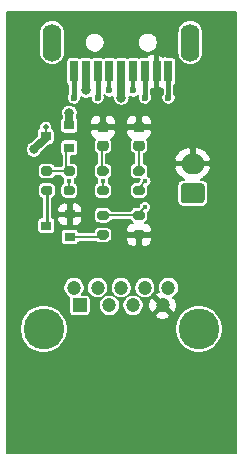
<source format=gbr>
G04 #@! TF.GenerationSoftware,KiCad,Pcbnew,5.1.10-88a1d61d58~88~ubuntu18.04.1*
G04 #@! TF.CreationDate,2021-09-17T16:00:13+02:00*
G04 #@! TF.ProjectId,GPIO-USB-Switch,4750494f-2d55-4534-922d-537769746368,rev?*
G04 #@! TF.SameCoordinates,Original*
G04 #@! TF.FileFunction,Copper,L1,Top*
G04 #@! TF.FilePolarity,Positive*
%FSLAX46Y46*%
G04 Gerber Fmt 4.6, Leading zero omitted, Abs format (unit mm)*
G04 Created by KiCad (PCBNEW 5.1.10-88a1d61d58~88~ubuntu18.04.1) date 2021-09-17 16:00:13*
%MOMM*%
%LPD*%
G01*
G04 APERTURE LIST*
G04 #@! TA.AperFunction,SMDPad,CuDef*
%ADD10R,0.900000X0.800000*%
G04 #@! TD*
G04 #@! TA.AperFunction,SMDPad,CuDef*
%ADD11R,0.700000X1.800000*%
G04 #@! TD*
G04 #@! TA.AperFunction,ComponentPad*
%ADD12O,1.600000X3.200000*%
G04 #@! TD*
G04 #@! TA.AperFunction,ComponentPad*
%ADD13O,2.000000X1.700000*%
G04 #@! TD*
G04 #@! TA.AperFunction,ComponentPad*
%ADD14R,1.200000X1.200000*%
G04 #@! TD*
G04 #@! TA.AperFunction,ComponentPad*
%ADD15C,1.200000*%
G04 #@! TD*
G04 #@! TA.AperFunction,ComponentPad*
%ADD16C,3.450000*%
G04 #@! TD*
G04 #@! TA.AperFunction,ViaPad*
%ADD17C,0.800000*%
G04 #@! TD*
G04 #@! TA.AperFunction,ViaPad*
%ADD18C,0.450000*%
G04 #@! TD*
G04 #@! TA.AperFunction,ViaPad*
%ADD19C,0.500000*%
G04 #@! TD*
G04 #@! TA.AperFunction,ViaPad*
%ADD20C,0.600000*%
G04 #@! TD*
G04 #@! TA.AperFunction,Conductor*
%ADD21C,0.200000*%
G04 #@! TD*
G04 #@! TA.AperFunction,Conductor*
%ADD22C,0.250000*%
G04 #@! TD*
G04 #@! TA.AperFunction,Conductor*
%ADD23C,0.700000*%
G04 #@! TD*
G04 #@! TA.AperFunction,Conductor*
%ADD24C,0.350000*%
G04 #@! TD*
G04 #@! TA.AperFunction,Conductor*
%ADD25C,0.400000*%
G04 #@! TD*
G04 #@! TA.AperFunction,Conductor*
%ADD26C,0.100000*%
G04 #@! TD*
G04 APERTURE END LIST*
D10*
X148600000Y-82900000D03*
X150600000Y-81950000D03*
X150600000Y-83850000D03*
D11*
X151000000Y-77398000D03*
X159000000Y-77398000D03*
X152000000Y-77398000D03*
X158000000Y-77398000D03*
X157000000Y-77398000D03*
X156000000Y-77398000D03*
X153000000Y-77398000D03*
X154000000Y-77398000D03*
X155000000Y-77398000D03*
D12*
X149150000Y-74948000D03*
X160850000Y-74948000D03*
G04 #@! TA.AperFunction,SMDPad,CuDef*
G36*
G01*
X153193750Y-83250000D02*
X153706250Y-83250000D01*
G75*
G02*
X153925000Y-83468750I0J-218750D01*
G01*
X153925000Y-83906250D01*
G75*
G02*
X153706250Y-84125000I-218750J0D01*
G01*
X153193750Y-84125000D01*
G75*
G02*
X152975000Y-83906250I0J218750D01*
G01*
X152975000Y-83468750D01*
G75*
G02*
X153193750Y-83250000I218750J0D01*
G01*
G37*
G04 #@! TD.AperFunction*
G04 #@! TA.AperFunction,SMDPad,CuDef*
G36*
G01*
X153193750Y-81675000D02*
X153706250Y-81675000D01*
G75*
G02*
X153925000Y-81893750I0J-218750D01*
G01*
X153925000Y-82331250D01*
G75*
G02*
X153706250Y-82550000I-218750J0D01*
G01*
X153193750Y-82550000D01*
G75*
G02*
X152975000Y-82331250I0J218750D01*
G01*
X152975000Y-81893750D01*
G75*
G02*
X153193750Y-81675000I218750J0D01*
G01*
G37*
G04 #@! TD.AperFunction*
G04 #@! TA.AperFunction,SMDPad,CuDef*
G36*
G01*
X156775000Y-86225000D02*
X156225000Y-86225000D01*
G75*
G02*
X156025000Y-86025000I0J200000D01*
G01*
X156025000Y-85625000D01*
G75*
G02*
X156225000Y-85425000I200000J0D01*
G01*
X156775000Y-85425000D01*
G75*
G02*
X156975000Y-85625000I0J-200000D01*
G01*
X156975000Y-86025000D01*
G75*
G02*
X156775000Y-86225000I-200000J0D01*
G01*
G37*
G04 #@! TD.AperFunction*
G04 #@! TA.AperFunction,SMDPad,CuDef*
G36*
G01*
X156775000Y-87875000D02*
X156225000Y-87875000D01*
G75*
G02*
X156025000Y-87675000I0J200000D01*
G01*
X156025000Y-87275000D01*
G75*
G02*
X156225000Y-87075000I200000J0D01*
G01*
X156775000Y-87075000D01*
G75*
G02*
X156975000Y-87275000I0J-200000D01*
G01*
X156975000Y-87675000D01*
G75*
G02*
X156775000Y-87875000I-200000J0D01*
G01*
G37*
G04 #@! TD.AperFunction*
G04 #@! TA.AperFunction,SMDPad,CuDef*
G36*
G01*
X150325000Y-87075000D02*
X150875000Y-87075000D01*
G75*
G02*
X151075000Y-87275000I0J-200000D01*
G01*
X151075000Y-87675000D01*
G75*
G02*
X150875000Y-87875000I-200000J0D01*
G01*
X150325000Y-87875000D01*
G75*
G02*
X150125000Y-87675000I0J200000D01*
G01*
X150125000Y-87275000D01*
G75*
G02*
X150325000Y-87075000I200000J0D01*
G01*
G37*
G04 #@! TD.AperFunction*
G04 #@! TA.AperFunction,SMDPad,CuDef*
G36*
G01*
X150325000Y-85425000D02*
X150875000Y-85425000D01*
G75*
G02*
X151075000Y-85625000I0J-200000D01*
G01*
X151075000Y-86025000D01*
G75*
G02*
X150875000Y-86225000I-200000J0D01*
G01*
X150325000Y-86225000D01*
G75*
G02*
X150125000Y-86025000I0J200000D01*
G01*
X150125000Y-85625000D01*
G75*
G02*
X150325000Y-85425000I200000J0D01*
G01*
G37*
G04 #@! TD.AperFunction*
G04 #@! TA.AperFunction,SMDPad,CuDef*
G36*
G01*
X153175000Y-87075000D02*
X153725000Y-87075000D01*
G75*
G02*
X153925000Y-87275000I0J-200000D01*
G01*
X153925000Y-87675000D01*
G75*
G02*
X153725000Y-87875000I-200000J0D01*
G01*
X153175000Y-87875000D01*
G75*
G02*
X152975000Y-87675000I0J200000D01*
G01*
X152975000Y-87275000D01*
G75*
G02*
X153175000Y-87075000I200000J0D01*
G01*
G37*
G04 #@! TD.AperFunction*
G04 #@! TA.AperFunction,SMDPad,CuDef*
G36*
G01*
X153175000Y-85425000D02*
X153725000Y-85425000D01*
G75*
G02*
X153925000Y-85625000I0J-200000D01*
G01*
X153925000Y-86025000D01*
G75*
G02*
X153725000Y-86225000I-200000J0D01*
G01*
X153175000Y-86225000D01*
G75*
G02*
X152975000Y-86025000I0J200000D01*
G01*
X152975000Y-85625000D01*
G75*
G02*
X153175000Y-85425000I200000J0D01*
G01*
G37*
G04 #@! TD.AperFunction*
G04 #@! TA.AperFunction,SMDPad,CuDef*
G36*
G01*
X148975000Y-86225000D02*
X148425000Y-86225000D01*
G75*
G02*
X148225000Y-86025000I0J200000D01*
G01*
X148225000Y-85625000D01*
G75*
G02*
X148425000Y-85425000I200000J0D01*
G01*
X148975000Y-85425000D01*
G75*
G02*
X149175000Y-85625000I0J-200000D01*
G01*
X149175000Y-86025000D01*
G75*
G02*
X148975000Y-86225000I-200000J0D01*
G01*
G37*
G04 #@! TD.AperFunction*
G04 #@! TA.AperFunction,SMDPad,CuDef*
G36*
G01*
X148975000Y-87875000D02*
X148425000Y-87875000D01*
G75*
G02*
X148225000Y-87675000I0J200000D01*
G01*
X148225000Y-87275000D01*
G75*
G02*
X148425000Y-87075000I200000J0D01*
G01*
X148975000Y-87075000D01*
G75*
G02*
X149175000Y-87275000I0J-200000D01*
G01*
X149175000Y-87675000D01*
G75*
G02*
X148975000Y-87875000I-200000J0D01*
G01*
G37*
G04 #@! TD.AperFunction*
G04 #@! TA.AperFunction,SMDPad,CuDef*
G36*
G01*
X153175000Y-90825000D02*
X153725000Y-90825000D01*
G75*
G02*
X153925000Y-91025000I0J-200000D01*
G01*
X153925000Y-91425000D01*
G75*
G02*
X153725000Y-91625000I-200000J0D01*
G01*
X153175000Y-91625000D01*
G75*
G02*
X152975000Y-91425000I0J200000D01*
G01*
X152975000Y-91025000D01*
G75*
G02*
X153175000Y-90825000I200000J0D01*
G01*
G37*
G04 #@! TD.AperFunction*
G04 #@! TA.AperFunction,SMDPad,CuDef*
G36*
G01*
X153175000Y-89175000D02*
X153725000Y-89175000D01*
G75*
G02*
X153925000Y-89375000I0J-200000D01*
G01*
X153925000Y-89775000D01*
G75*
G02*
X153725000Y-89975000I-200000J0D01*
G01*
X153175000Y-89975000D01*
G75*
G02*
X152975000Y-89775000I0J200000D01*
G01*
X152975000Y-89375000D01*
G75*
G02*
X153175000Y-89175000I200000J0D01*
G01*
G37*
G04 #@! TD.AperFunction*
G04 #@! TA.AperFunction,SMDPad,CuDef*
G36*
G01*
X156775000Y-89975000D02*
X156225000Y-89975000D01*
G75*
G02*
X156025000Y-89775000I0J200000D01*
G01*
X156025000Y-89375000D01*
G75*
G02*
X156225000Y-89175000I200000J0D01*
G01*
X156775000Y-89175000D01*
G75*
G02*
X156975000Y-89375000I0J-200000D01*
G01*
X156975000Y-89775000D01*
G75*
G02*
X156775000Y-89975000I-200000J0D01*
G01*
G37*
G04 #@! TD.AperFunction*
G04 #@! TA.AperFunction,SMDPad,CuDef*
G36*
G01*
X156775000Y-91625000D02*
X156225000Y-91625000D01*
G75*
G02*
X156025000Y-91425000I0J200000D01*
G01*
X156025000Y-91025000D01*
G75*
G02*
X156225000Y-90825000I200000J0D01*
G01*
X156775000Y-90825000D01*
G75*
G02*
X156975000Y-91025000I0J-200000D01*
G01*
X156975000Y-91425000D01*
G75*
G02*
X156775000Y-91625000I-200000J0D01*
G01*
G37*
G04 #@! TD.AperFunction*
G04 #@! TA.AperFunction,SMDPad,CuDef*
G36*
G01*
X156243750Y-83250000D02*
X156756250Y-83250000D01*
G75*
G02*
X156975000Y-83468750I0J-218750D01*
G01*
X156975000Y-83906250D01*
G75*
G02*
X156756250Y-84125000I-218750J0D01*
G01*
X156243750Y-84125000D01*
G75*
G02*
X156025000Y-83906250I0J218750D01*
G01*
X156025000Y-83468750D01*
G75*
G02*
X156243750Y-83250000I218750J0D01*
G01*
G37*
G04 #@! TD.AperFunction*
G04 #@! TA.AperFunction,SMDPad,CuDef*
G36*
G01*
X156243750Y-81675000D02*
X156756250Y-81675000D01*
G75*
G02*
X156975000Y-81893750I0J-218750D01*
G01*
X156975000Y-82331250D01*
G75*
G02*
X156756250Y-82550000I-218750J0D01*
G01*
X156243750Y-82550000D01*
G75*
G02*
X156025000Y-82331250I0J218750D01*
G01*
X156025000Y-81893750D01*
G75*
G02*
X156243750Y-81675000I218750J0D01*
G01*
G37*
G04 #@! TD.AperFunction*
D10*
X148650000Y-90450000D03*
X150650000Y-89500000D03*
X150650000Y-91400000D03*
D13*
X161050000Y-85200000D03*
G04 #@! TA.AperFunction,ComponentPad*
G36*
G01*
X161800000Y-88550000D02*
X160300000Y-88550000D01*
G75*
G02*
X160050000Y-88300000I0J250000D01*
G01*
X160050000Y-87100000D01*
G75*
G02*
X160300000Y-86850000I250000J0D01*
G01*
X161800000Y-86850000D01*
G75*
G02*
X162050000Y-87100000I0J-250000D01*
G01*
X162050000Y-88300000D01*
G75*
G02*
X161800000Y-88550000I-250000J0D01*
G01*
G37*
G04 #@! TD.AperFunction*
D14*
X151500000Y-97194000D03*
D15*
X154000000Y-97194000D03*
X156000000Y-97194000D03*
X158500000Y-97194000D03*
X159000000Y-95694000D03*
X157000000Y-95694000D03*
X155000000Y-95694000D03*
X153000000Y-95694000D03*
X151000000Y-95694000D03*
D16*
X148430000Y-99194000D03*
X161570000Y-99194000D03*
D17*
X146000000Y-91000000D03*
X146000000Y-79000000D03*
X146000000Y-85000000D03*
X164000000Y-73000000D03*
X164000000Y-85000000D03*
X164000000Y-103000000D03*
X164000000Y-91000000D03*
X164000000Y-97000000D03*
X164000000Y-79000000D03*
D18*
X153400000Y-88500000D03*
X150700000Y-90400000D03*
D17*
X153400000Y-92500000D03*
X150600000Y-92500000D03*
D18*
X149600000Y-88400000D03*
D17*
X156500000Y-92500000D03*
X158500000Y-75800000D03*
D19*
X156500000Y-80800000D03*
D18*
X153400000Y-80800000D03*
X156200000Y-88500000D03*
X153450000Y-90400000D03*
X153950000Y-84800000D03*
X149600000Y-85100000D03*
X149650000Y-86650000D03*
X150950000Y-84850000D03*
X158200000Y-78850000D03*
X155950000Y-84800000D03*
X157050000Y-84800000D03*
D17*
X146000000Y-109000000D03*
X164000000Y-109000000D03*
X152000000Y-109000000D03*
X158000000Y-109000000D03*
X146000000Y-103000000D03*
X146000000Y-97000000D03*
X146000000Y-73000000D03*
X152000000Y-73000000D03*
X158000000Y-73000000D03*
X155000000Y-100000000D03*
X155000000Y-105000000D03*
X155000000Y-75000000D03*
D18*
X149600000Y-80900000D03*
X150900000Y-82900000D03*
D17*
X161000000Y-90000000D03*
D19*
X148600000Y-82100000D03*
D18*
X157050000Y-86700000D03*
D17*
X147600000Y-84000000D03*
D18*
X146700000Y-88400000D03*
X146700000Y-89500000D03*
X149600000Y-89500000D03*
X148750000Y-84400000D03*
X159400000Y-88100000D03*
X159100000Y-90200000D03*
X157000000Y-88900000D03*
D17*
X155000000Y-79600000D03*
D20*
X154000000Y-79000000D03*
X153000000Y-79600000D03*
X156000000Y-79000000D03*
X157000000Y-79600000D03*
D18*
X150600000Y-86650000D03*
X153450000Y-86650000D03*
D17*
X152000000Y-79000000D03*
X150600000Y-80900000D03*
D20*
X159000000Y-79600000D03*
X151000000Y-79600000D03*
D21*
X153250000Y-91400000D02*
X153450000Y-91200000D01*
X150650000Y-91400000D02*
X153250000Y-91400000D01*
X148650000Y-87600000D02*
X148700000Y-87550000D01*
D22*
X148700000Y-87475000D02*
X148700000Y-90500000D01*
D21*
X153450000Y-89575000D02*
X156525000Y-89575000D01*
D23*
X148600000Y-83000000D02*
X147600000Y-84000000D01*
D21*
X148600000Y-82900000D02*
X148600000Y-82100000D01*
X157000000Y-88900000D02*
X156500000Y-89400000D01*
X156500000Y-89400000D02*
X156500000Y-89600000D01*
X157050000Y-86700000D02*
X156600000Y-87150000D01*
X148700000Y-85825000D02*
X150575000Y-85825000D01*
X150600000Y-85825000D02*
X150600000Y-85650000D01*
X150600000Y-85650000D02*
X150524999Y-85574999D01*
X150600000Y-85825000D02*
X150575000Y-85825000D01*
X150575000Y-85825000D02*
X150350000Y-85600000D01*
X150350000Y-85600000D02*
X150350000Y-84050000D01*
X153450000Y-85825000D02*
X153450000Y-85650000D01*
X153450000Y-85650000D02*
X153350000Y-85550000D01*
X153350000Y-85550000D02*
X153350000Y-84000000D01*
X156500000Y-83637500D02*
X156500000Y-85650000D01*
X156500000Y-85650000D02*
X156550000Y-85700000D01*
D23*
X155000000Y-77398000D02*
X155000000Y-79600000D01*
D24*
X154000000Y-77398000D02*
X154000000Y-79000000D01*
D25*
X153000000Y-77398000D02*
X153000000Y-79600000D01*
D24*
X156000000Y-77398000D02*
X156000000Y-79000000D01*
D25*
X157000000Y-77398000D02*
X157000000Y-79600000D01*
D23*
X152000000Y-79000000D02*
X152000000Y-77800000D01*
D21*
X150600000Y-87475000D02*
X150600000Y-87400000D01*
X153450000Y-87475000D02*
X153450000Y-87450000D01*
X150600000Y-87475000D02*
X150600000Y-86650000D01*
X153450000Y-87475000D02*
X153450000Y-86650000D01*
D23*
X150600000Y-81950000D02*
X150600000Y-81100000D01*
X150600000Y-81100000D02*
X150600000Y-80900000D01*
X150600000Y-80900000D02*
X150600000Y-80900000D01*
D25*
X159000000Y-77398000D02*
X159000000Y-79600000D01*
X151000000Y-77398000D02*
X151000000Y-79600000D01*
D21*
X164675001Y-109675000D02*
X145325000Y-109675000D01*
X145325000Y-98994555D01*
X146405000Y-98994555D01*
X146405000Y-99393445D01*
X146482820Y-99784671D01*
X146635468Y-100153197D01*
X146857080Y-100484862D01*
X147139138Y-100766920D01*
X147470803Y-100988532D01*
X147839329Y-101141180D01*
X148230555Y-101219000D01*
X148629445Y-101219000D01*
X149020671Y-101141180D01*
X149389197Y-100988532D01*
X149720862Y-100766920D01*
X150002920Y-100484862D01*
X150224532Y-100153197D01*
X150377180Y-99784671D01*
X150455000Y-99393445D01*
X150455000Y-98994555D01*
X159545000Y-98994555D01*
X159545000Y-99393445D01*
X159622820Y-99784671D01*
X159775468Y-100153197D01*
X159997080Y-100484862D01*
X160279138Y-100766920D01*
X160610803Y-100988532D01*
X160979329Y-101141180D01*
X161370555Y-101219000D01*
X161769445Y-101219000D01*
X162160671Y-101141180D01*
X162529197Y-100988532D01*
X162860862Y-100766920D01*
X163142920Y-100484862D01*
X163364532Y-100153197D01*
X163517180Y-99784671D01*
X163595000Y-99393445D01*
X163595000Y-98994555D01*
X163517180Y-98603329D01*
X163364532Y-98234803D01*
X163142920Y-97903138D01*
X162860862Y-97621080D01*
X162529197Y-97399468D01*
X162160671Y-97246820D01*
X161769445Y-97169000D01*
X161370555Y-97169000D01*
X160979329Y-97246820D01*
X160610803Y-97399468D01*
X160279138Y-97621080D01*
X159997080Y-97903138D01*
X159775468Y-98234803D01*
X159622820Y-98603329D01*
X159545000Y-98994555D01*
X150455000Y-98994555D01*
X150377180Y-98603329D01*
X150224532Y-98234803D01*
X150002920Y-97903138D01*
X149720862Y-97621080D01*
X149389197Y-97399468D01*
X149020671Y-97246820D01*
X148629445Y-97169000D01*
X148230555Y-97169000D01*
X147839329Y-97246820D01*
X147470803Y-97399468D01*
X147139138Y-97621080D01*
X146857080Y-97903138D01*
X146635468Y-98234803D01*
X146482820Y-98603329D01*
X146405000Y-98994555D01*
X145325000Y-98994555D01*
X145325000Y-95605358D01*
X150100000Y-95605358D01*
X150100000Y-95782642D01*
X150134586Y-95956520D01*
X150202430Y-96120310D01*
X150300924Y-96267717D01*
X150426283Y-96393076D01*
X150573690Y-96491570D01*
X150612675Y-96507718D01*
X150604341Y-96535190D01*
X150598549Y-96594000D01*
X150598549Y-97794000D01*
X150604341Y-97852810D01*
X150621496Y-97909360D01*
X150649353Y-97961477D01*
X150686842Y-98007158D01*
X150732523Y-98044647D01*
X150784640Y-98072504D01*
X150841190Y-98089659D01*
X150900000Y-98095451D01*
X152100000Y-98095451D01*
X152158810Y-98089659D01*
X152215360Y-98072504D01*
X152267477Y-98044647D01*
X152313158Y-98007158D01*
X152350647Y-97961477D01*
X152378504Y-97909360D01*
X152395659Y-97852810D01*
X152401451Y-97794000D01*
X152401451Y-97105358D01*
X153100000Y-97105358D01*
X153100000Y-97282642D01*
X153134586Y-97456520D01*
X153202430Y-97620310D01*
X153300924Y-97767717D01*
X153426283Y-97893076D01*
X153573690Y-97991570D01*
X153737480Y-98059414D01*
X153911358Y-98094000D01*
X154088642Y-98094000D01*
X154262520Y-98059414D01*
X154426310Y-97991570D01*
X154573717Y-97893076D01*
X154699076Y-97767717D01*
X154797570Y-97620310D01*
X154865414Y-97456520D01*
X154900000Y-97282642D01*
X154900000Y-97105358D01*
X155100000Y-97105358D01*
X155100000Y-97282642D01*
X155134586Y-97456520D01*
X155202430Y-97620310D01*
X155300924Y-97767717D01*
X155426283Y-97893076D01*
X155573690Y-97991570D01*
X155737480Y-98059414D01*
X155911358Y-98094000D01*
X156088642Y-98094000D01*
X156262520Y-98059414D01*
X156295401Y-98045794D01*
X157865995Y-98045794D01*
X157916874Y-98258604D01*
X158135773Y-98351911D01*
X158368668Y-98400719D01*
X158606611Y-98403155D01*
X158840457Y-98359122D01*
X159061219Y-98270314D01*
X159083126Y-98258604D01*
X159134005Y-98045794D01*
X158500000Y-97411789D01*
X157865995Y-98045794D01*
X156295401Y-98045794D01*
X156426310Y-97991570D01*
X156573717Y-97893076D01*
X156699076Y-97767717D01*
X156797570Y-97620310D01*
X156865414Y-97456520D01*
X156896425Y-97300611D01*
X157290845Y-97300611D01*
X157334878Y-97534457D01*
X157423686Y-97755219D01*
X157435396Y-97777126D01*
X157648206Y-97828005D01*
X158282211Y-97194000D01*
X157648206Y-96559995D01*
X157435396Y-96610874D01*
X157342089Y-96829773D01*
X157293281Y-97062668D01*
X157290845Y-97300611D01*
X156896425Y-97300611D01*
X156900000Y-97282642D01*
X156900000Y-97105358D01*
X156865414Y-96931480D01*
X156797570Y-96767690D01*
X156699076Y-96620283D01*
X156573717Y-96494924D01*
X156426310Y-96396430D01*
X156262520Y-96328586D01*
X156088642Y-96294000D01*
X155911358Y-96294000D01*
X155737480Y-96328586D01*
X155573690Y-96396430D01*
X155426283Y-96494924D01*
X155300924Y-96620283D01*
X155202430Y-96767690D01*
X155134586Y-96931480D01*
X155100000Y-97105358D01*
X154900000Y-97105358D01*
X154865414Y-96931480D01*
X154797570Y-96767690D01*
X154699076Y-96620283D01*
X154573717Y-96494924D01*
X154426310Y-96396430D01*
X154262520Y-96328586D01*
X154088642Y-96294000D01*
X153911358Y-96294000D01*
X153737480Y-96328586D01*
X153573690Y-96396430D01*
X153426283Y-96494924D01*
X153300924Y-96620283D01*
X153202430Y-96767690D01*
X153134586Y-96931480D01*
X153100000Y-97105358D01*
X152401451Y-97105358D01*
X152401451Y-96594000D01*
X152395659Y-96535190D01*
X152378504Y-96478640D01*
X152350647Y-96426523D01*
X152313158Y-96380842D01*
X152267477Y-96343353D01*
X152215360Y-96315496D01*
X152158810Y-96298341D01*
X152100000Y-96292549D01*
X151674244Y-96292549D01*
X151699076Y-96267717D01*
X151797570Y-96120310D01*
X151865414Y-95956520D01*
X151900000Y-95782642D01*
X151900000Y-95605358D01*
X152100000Y-95605358D01*
X152100000Y-95782642D01*
X152134586Y-95956520D01*
X152202430Y-96120310D01*
X152300924Y-96267717D01*
X152426283Y-96393076D01*
X152573690Y-96491570D01*
X152737480Y-96559414D01*
X152911358Y-96594000D01*
X153088642Y-96594000D01*
X153262520Y-96559414D01*
X153426310Y-96491570D01*
X153573717Y-96393076D01*
X153699076Y-96267717D01*
X153797570Y-96120310D01*
X153865414Y-95956520D01*
X153900000Y-95782642D01*
X153900000Y-95605358D01*
X154100000Y-95605358D01*
X154100000Y-95782642D01*
X154134586Y-95956520D01*
X154202430Y-96120310D01*
X154300924Y-96267717D01*
X154426283Y-96393076D01*
X154573690Y-96491570D01*
X154737480Y-96559414D01*
X154911358Y-96594000D01*
X155088642Y-96594000D01*
X155262520Y-96559414D01*
X155426310Y-96491570D01*
X155573717Y-96393076D01*
X155699076Y-96267717D01*
X155797570Y-96120310D01*
X155865414Y-95956520D01*
X155900000Y-95782642D01*
X155900000Y-95605358D01*
X156100000Y-95605358D01*
X156100000Y-95782642D01*
X156134586Y-95956520D01*
X156202430Y-96120310D01*
X156300924Y-96267717D01*
X156426283Y-96393076D01*
X156573690Y-96491570D01*
X156737480Y-96559414D01*
X156911358Y-96594000D01*
X157088642Y-96594000D01*
X157262520Y-96559414D01*
X157426310Y-96491570D01*
X157573717Y-96393076D01*
X157624587Y-96342206D01*
X157865995Y-96342206D01*
X158500000Y-96976211D01*
X158514142Y-96962069D01*
X158731931Y-97179858D01*
X158717789Y-97194000D01*
X159351794Y-97828005D01*
X159564604Y-97777126D01*
X159657911Y-97558227D01*
X159706719Y-97325332D01*
X159709155Y-97087389D01*
X159665122Y-96853543D01*
X159576314Y-96632781D01*
X159564604Y-96610874D01*
X159351796Y-96559996D01*
X159415917Y-96495875D01*
X159426310Y-96491570D01*
X159573717Y-96393076D01*
X159699076Y-96267717D01*
X159797570Y-96120310D01*
X159865414Y-95956520D01*
X159900000Y-95782642D01*
X159900000Y-95605358D01*
X159865414Y-95431480D01*
X159797570Y-95267690D01*
X159699076Y-95120283D01*
X159573717Y-94994924D01*
X159426310Y-94896430D01*
X159262520Y-94828586D01*
X159088642Y-94794000D01*
X158911358Y-94794000D01*
X158737480Y-94828586D01*
X158573690Y-94896430D01*
X158426283Y-94994924D01*
X158300924Y-95120283D01*
X158202430Y-95267690D01*
X158134586Y-95431480D01*
X158100000Y-95605358D01*
X158100000Y-95782642D01*
X158134586Y-95956520D01*
X158164195Y-96028002D01*
X158159543Y-96028878D01*
X157938781Y-96117686D01*
X157916874Y-96129396D01*
X157865995Y-96342206D01*
X157624587Y-96342206D01*
X157699076Y-96267717D01*
X157797570Y-96120310D01*
X157865414Y-95956520D01*
X157900000Y-95782642D01*
X157900000Y-95605358D01*
X157865414Y-95431480D01*
X157797570Y-95267690D01*
X157699076Y-95120283D01*
X157573717Y-94994924D01*
X157426310Y-94896430D01*
X157262520Y-94828586D01*
X157088642Y-94794000D01*
X156911358Y-94794000D01*
X156737480Y-94828586D01*
X156573690Y-94896430D01*
X156426283Y-94994924D01*
X156300924Y-95120283D01*
X156202430Y-95267690D01*
X156134586Y-95431480D01*
X156100000Y-95605358D01*
X155900000Y-95605358D01*
X155865414Y-95431480D01*
X155797570Y-95267690D01*
X155699076Y-95120283D01*
X155573717Y-94994924D01*
X155426310Y-94896430D01*
X155262520Y-94828586D01*
X155088642Y-94794000D01*
X154911358Y-94794000D01*
X154737480Y-94828586D01*
X154573690Y-94896430D01*
X154426283Y-94994924D01*
X154300924Y-95120283D01*
X154202430Y-95267690D01*
X154134586Y-95431480D01*
X154100000Y-95605358D01*
X153900000Y-95605358D01*
X153865414Y-95431480D01*
X153797570Y-95267690D01*
X153699076Y-95120283D01*
X153573717Y-94994924D01*
X153426310Y-94896430D01*
X153262520Y-94828586D01*
X153088642Y-94794000D01*
X152911358Y-94794000D01*
X152737480Y-94828586D01*
X152573690Y-94896430D01*
X152426283Y-94994924D01*
X152300924Y-95120283D01*
X152202430Y-95267690D01*
X152134586Y-95431480D01*
X152100000Y-95605358D01*
X151900000Y-95605358D01*
X151865414Y-95431480D01*
X151797570Y-95267690D01*
X151699076Y-95120283D01*
X151573717Y-94994924D01*
X151426310Y-94896430D01*
X151262520Y-94828586D01*
X151088642Y-94794000D01*
X150911358Y-94794000D01*
X150737480Y-94828586D01*
X150573690Y-94896430D01*
X150426283Y-94994924D01*
X150300924Y-95120283D01*
X150202430Y-95267690D01*
X150134586Y-95431480D01*
X150100000Y-95605358D01*
X145325000Y-95605358D01*
X145325000Y-90050000D01*
X147898549Y-90050000D01*
X147898549Y-90850000D01*
X147904341Y-90908810D01*
X147921496Y-90965360D01*
X147949353Y-91017477D01*
X147986842Y-91063158D01*
X148032523Y-91100647D01*
X148084640Y-91128504D01*
X148141190Y-91145659D01*
X148200000Y-91151451D01*
X149100000Y-91151451D01*
X149158810Y-91145659D01*
X149215360Y-91128504D01*
X149267477Y-91100647D01*
X149313158Y-91063158D01*
X149350647Y-91017477D01*
X149359988Y-91000000D01*
X149898549Y-91000000D01*
X149898549Y-91800000D01*
X149904341Y-91858810D01*
X149921496Y-91915360D01*
X149949353Y-91967477D01*
X149986842Y-92013158D01*
X150032523Y-92050647D01*
X150084640Y-92078504D01*
X150141190Y-92095659D01*
X150200000Y-92101451D01*
X151100000Y-92101451D01*
X151158810Y-92095659D01*
X151215360Y-92078504D01*
X151267477Y-92050647D01*
X151313158Y-92013158D01*
X151350647Y-91967477D01*
X151378504Y-91915360D01*
X151395659Y-91858810D01*
X151401451Y-91800000D01*
X152845304Y-91800000D01*
X152896409Y-91841941D01*
X152983103Y-91888280D01*
X153077172Y-91916816D01*
X153175000Y-91926451D01*
X153725000Y-91926451D01*
X153822828Y-91916816D01*
X153916897Y-91888280D01*
X154003591Y-91841941D01*
X154079579Y-91779579D01*
X154141941Y-91703591D01*
X154183948Y-91625000D01*
X155414058Y-91625000D01*
X155425797Y-91744189D01*
X155460563Y-91858797D01*
X155517020Y-91964421D01*
X155592999Y-92057001D01*
X155685579Y-92132980D01*
X155791203Y-92189437D01*
X155905811Y-92224203D01*
X156025000Y-92235942D01*
X156194000Y-92233000D01*
X156346000Y-92081000D01*
X156346000Y-91379000D01*
X156654000Y-91379000D01*
X156654000Y-92081000D01*
X156806000Y-92233000D01*
X156975000Y-92235942D01*
X157094189Y-92224203D01*
X157208797Y-92189437D01*
X157314421Y-92132980D01*
X157407001Y-92057001D01*
X157482980Y-91964421D01*
X157539437Y-91858797D01*
X157574203Y-91744189D01*
X157585942Y-91625000D01*
X157583000Y-91531000D01*
X157431000Y-91379000D01*
X156654000Y-91379000D01*
X156346000Y-91379000D01*
X155569000Y-91379000D01*
X155417000Y-91531000D01*
X155414058Y-91625000D01*
X154183948Y-91625000D01*
X154188280Y-91616897D01*
X154216816Y-91522828D01*
X154226451Y-91425000D01*
X154226451Y-91025000D01*
X154216816Y-90927172D01*
X154188280Y-90833103D01*
X154141941Y-90746409D01*
X154079579Y-90670421D01*
X154003591Y-90608059D01*
X153916897Y-90561720D01*
X153822828Y-90533184D01*
X153725000Y-90523549D01*
X153175000Y-90523549D01*
X153077172Y-90533184D01*
X152983103Y-90561720D01*
X152896409Y-90608059D01*
X152820421Y-90670421D01*
X152758059Y-90746409D01*
X152711720Y-90833103D01*
X152683184Y-90927172D01*
X152676011Y-91000000D01*
X151401451Y-91000000D01*
X151395659Y-90941190D01*
X151378504Y-90884640D01*
X151350647Y-90832523D01*
X151313158Y-90786842D01*
X151267477Y-90749353D01*
X151215360Y-90721496D01*
X151158810Y-90704341D01*
X151100000Y-90698549D01*
X150200000Y-90698549D01*
X150141190Y-90704341D01*
X150084640Y-90721496D01*
X150032523Y-90749353D01*
X149986842Y-90786842D01*
X149949353Y-90832523D01*
X149921496Y-90884640D01*
X149904341Y-90941190D01*
X149898549Y-91000000D01*
X149359988Y-91000000D01*
X149378504Y-90965360D01*
X149395659Y-90908810D01*
X149401451Y-90850000D01*
X149401451Y-90050000D01*
X149395659Y-89991190D01*
X149378504Y-89934640D01*
X149359989Y-89900000D01*
X149589058Y-89900000D01*
X149600797Y-90019189D01*
X149635563Y-90133797D01*
X149692020Y-90239421D01*
X149767999Y-90332001D01*
X149860579Y-90407980D01*
X149966203Y-90464437D01*
X150080811Y-90499203D01*
X150200000Y-90510942D01*
X150344000Y-90508000D01*
X150496000Y-90356000D01*
X150496000Y-89654000D01*
X150804000Y-89654000D01*
X150804000Y-90356000D01*
X150956000Y-90508000D01*
X151100000Y-90510942D01*
X151219189Y-90499203D01*
X151333797Y-90464437D01*
X151439421Y-90407980D01*
X151532001Y-90332001D01*
X151607980Y-90239421D01*
X151664437Y-90133797D01*
X151699203Y-90019189D01*
X151710942Y-89900000D01*
X151708000Y-89806000D01*
X151556000Y-89654000D01*
X150804000Y-89654000D01*
X150496000Y-89654000D01*
X149744000Y-89654000D01*
X149592000Y-89806000D01*
X149589058Y-89900000D01*
X149359989Y-89900000D01*
X149350647Y-89882523D01*
X149313158Y-89836842D01*
X149267477Y-89799353D01*
X149215360Y-89771496D01*
X149158810Y-89754341D01*
X149125000Y-89751011D01*
X149125000Y-89375000D01*
X152673549Y-89375000D01*
X152673549Y-89775000D01*
X152683184Y-89872828D01*
X152711720Y-89966897D01*
X152758059Y-90053591D01*
X152820421Y-90129579D01*
X152896409Y-90191941D01*
X152983103Y-90238280D01*
X153077172Y-90266816D01*
X153175000Y-90276451D01*
X153725000Y-90276451D01*
X153822828Y-90266816D01*
X153916897Y-90238280D01*
X154003591Y-90191941D01*
X154079579Y-90129579D01*
X154141941Y-90053591D01*
X154183949Y-89975000D01*
X155766051Y-89975000D01*
X155808059Y-90053591D01*
X155870421Y-90129579D01*
X155946409Y-90191941D01*
X155993577Y-90217153D01*
X155905811Y-90225797D01*
X155791203Y-90260563D01*
X155685579Y-90317020D01*
X155592999Y-90392999D01*
X155517020Y-90485579D01*
X155460563Y-90591203D01*
X155425797Y-90705811D01*
X155414058Y-90825000D01*
X155417000Y-90919000D01*
X155569000Y-91071000D01*
X156346000Y-91071000D01*
X156346000Y-91051000D01*
X156654000Y-91051000D01*
X156654000Y-91071000D01*
X157431000Y-91071000D01*
X157583000Y-90919000D01*
X157585942Y-90825000D01*
X157574203Y-90705811D01*
X157539437Y-90591203D01*
X157482980Y-90485579D01*
X157407001Y-90392999D01*
X157314421Y-90317020D01*
X157208797Y-90260563D01*
X157094189Y-90225797D01*
X157006423Y-90217153D01*
X157053591Y-90191941D01*
X157129579Y-90129579D01*
X157191941Y-90053591D01*
X157238280Y-89966897D01*
X157266816Y-89872828D01*
X157276451Y-89775000D01*
X157276451Y-89375000D01*
X157273835Y-89348441D01*
X157334668Y-89307794D01*
X157407794Y-89234668D01*
X157465249Y-89148681D01*
X157504824Y-89053137D01*
X157525000Y-88951708D01*
X157525000Y-88848292D01*
X157504824Y-88746863D01*
X157465249Y-88651319D01*
X157407794Y-88565332D01*
X157334668Y-88492206D01*
X157248681Y-88434751D01*
X157153137Y-88395176D01*
X157051708Y-88375000D01*
X156948292Y-88375000D01*
X156846863Y-88395176D01*
X156751319Y-88434751D01*
X156665332Y-88492206D01*
X156592206Y-88565332D01*
X156534751Y-88651319D01*
X156495176Y-88746863D01*
X156475000Y-88848292D01*
X156475000Y-88859314D01*
X156460766Y-88873549D01*
X156225000Y-88873549D01*
X156127172Y-88883184D01*
X156033103Y-88911720D01*
X155946409Y-88958059D01*
X155870421Y-89020421D01*
X155808059Y-89096409D01*
X155766051Y-89175000D01*
X154183949Y-89175000D01*
X154141941Y-89096409D01*
X154079579Y-89020421D01*
X154003591Y-88958059D01*
X153916897Y-88911720D01*
X153822828Y-88883184D01*
X153725000Y-88873549D01*
X153175000Y-88873549D01*
X153077172Y-88883184D01*
X152983103Y-88911720D01*
X152896409Y-88958059D01*
X152820421Y-89020421D01*
X152758059Y-89096409D01*
X152711720Y-89183103D01*
X152683184Y-89277172D01*
X152673549Y-89375000D01*
X149125000Y-89375000D01*
X149125000Y-89100000D01*
X149589058Y-89100000D01*
X149592000Y-89194000D01*
X149744000Y-89346000D01*
X150496000Y-89346000D01*
X150496000Y-88644000D01*
X150804000Y-88644000D01*
X150804000Y-89346000D01*
X151556000Y-89346000D01*
X151708000Y-89194000D01*
X151710942Y-89100000D01*
X151699203Y-88980811D01*
X151664437Y-88866203D01*
X151607980Y-88760579D01*
X151532001Y-88667999D01*
X151439421Y-88592020D01*
X151333797Y-88535563D01*
X151219189Y-88500797D01*
X151100000Y-88489058D01*
X150956000Y-88492000D01*
X150804000Y-88644000D01*
X150496000Y-88644000D01*
X150344000Y-88492000D01*
X150200000Y-88489058D01*
X150080811Y-88500797D01*
X149966203Y-88535563D01*
X149860579Y-88592020D01*
X149767999Y-88667999D01*
X149692020Y-88760579D01*
X149635563Y-88866203D01*
X149600797Y-88980811D01*
X149589058Y-89100000D01*
X149125000Y-89100000D01*
X149125000Y-88150990D01*
X149166897Y-88138280D01*
X149253591Y-88091941D01*
X149329579Y-88029579D01*
X149391941Y-87953591D01*
X149438280Y-87866897D01*
X149466816Y-87772828D01*
X149476451Y-87675000D01*
X149476451Y-87275000D01*
X149466816Y-87177172D01*
X149438280Y-87083103D01*
X149391941Y-86996409D01*
X149329579Y-86920421D01*
X149253591Y-86858059D01*
X149166897Y-86811720D01*
X149072828Y-86783184D01*
X148975000Y-86773549D01*
X148425000Y-86773549D01*
X148327172Y-86783184D01*
X148233103Y-86811720D01*
X148146409Y-86858059D01*
X148070421Y-86920421D01*
X148008059Y-86996409D01*
X147961720Y-87083103D01*
X147933184Y-87177172D01*
X147923549Y-87275000D01*
X147923549Y-87675000D01*
X147933184Y-87772828D01*
X147961720Y-87866897D01*
X148008059Y-87953591D01*
X148070421Y-88029579D01*
X148146409Y-88091941D01*
X148233103Y-88138280D01*
X148275000Y-88150990D01*
X148275001Y-89748549D01*
X148200000Y-89748549D01*
X148141190Y-89754341D01*
X148084640Y-89771496D01*
X148032523Y-89799353D01*
X147986842Y-89836842D01*
X147949353Y-89882523D01*
X147921496Y-89934640D01*
X147904341Y-89991190D01*
X147898549Y-90050000D01*
X145325000Y-90050000D01*
X145325000Y-85625000D01*
X147923549Y-85625000D01*
X147923549Y-86025000D01*
X147933184Y-86122828D01*
X147961720Y-86216897D01*
X148008059Y-86303591D01*
X148070421Y-86379579D01*
X148146409Y-86441941D01*
X148233103Y-86488280D01*
X148327172Y-86516816D01*
X148425000Y-86526451D01*
X148975000Y-86526451D01*
X149072828Y-86516816D01*
X149166897Y-86488280D01*
X149253591Y-86441941D01*
X149329579Y-86379579D01*
X149391941Y-86303591D01*
X149433949Y-86225000D01*
X149866051Y-86225000D01*
X149908059Y-86303591D01*
X149970421Y-86379579D01*
X150046409Y-86441941D01*
X150104962Y-86473238D01*
X150095176Y-86496863D01*
X150075000Y-86598292D01*
X150075000Y-86701708D01*
X150095176Y-86803137D01*
X150104962Y-86826762D01*
X150046409Y-86858059D01*
X149970421Y-86920421D01*
X149908059Y-86996409D01*
X149861720Y-87083103D01*
X149833184Y-87177172D01*
X149823549Y-87275000D01*
X149823549Y-87675000D01*
X149833184Y-87772828D01*
X149861720Y-87866897D01*
X149908059Y-87953591D01*
X149970421Y-88029579D01*
X150046409Y-88091941D01*
X150133103Y-88138280D01*
X150227172Y-88166816D01*
X150325000Y-88176451D01*
X150875000Y-88176451D01*
X150972828Y-88166816D01*
X151066897Y-88138280D01*
X151153591Y-88091941D01*
X151229579Y-88029579D01*
X151291941Y-87953591D01*
X151338280Y-87866897D01*
X151366816Y-87772828D01*
X151376451Y-87675000D01*
X151376451Y-87275000D01*
X151366816Y-87177172D01*
X151338280Y-87083103D01*
X151291941Y-86996409D01*
X151229579Y-86920421D01*
X151153591Y-86858059D01*
X151095038Y-86826762D01*
X151104824Y-86803137D01*
X151125000Y-86701708D01*
X151125000Y-86598292D01*
X151104824Y-86496863D01*
X151095038Y-86473238D01*
X151153591Y-86441941D01*
X151229579Y-86379579D01*
X151291941Y-86303591D01*
X151338280Y-86216897D01*
X151366816Y-86122828D01*
X151376451Y-86025000D01*
X151376451Y-85625000D01*
X151366816Y-85527172D01*
X151338280Y-85433103D01*
X151291941Y-85346409D01*
X151229579Y-85270421D01*
X151153591Y-85208059D01*
X151066897Y-85161720D01*
X150972828Y-85133184D01*
X150875000Y-85123549D01*
X150750000Y-85123549D01*
X150750000Y-84551451D01*
X151050000Y-84551451D01*
X151108810Y-84545659D01*
X151165360Y-84528504D01*
X151217477Y-84500647D01*
X151263158Y-84463158D01*
X151300647Y-84417477D01*
X151328504Y-84365360D01*
X151345659Y-84308810D01*
X151351451Y-84250000D01*
X151351451Y-83450000D01*
X151345659Y-83391190D01*
X151328504Y-83334640D01*
X151300647Y-83282523D01*
X151263158Y-83236842D01*
X151217477Y-83199353D01*
X151165360Y-83171496D01*
X151108810Y-83154341D01*
X151050000Y-83148549D01*
X150150000Y-83148549D01*
X150091190Y-83154341D01*
X150034640Y-83171496D01*
X149982523Y-83199353D01*
X149936842Y-83236842D01*
X149899353Y-83282523D01*
X149871496Y-83334640D01*
X149854341Y-83391190D01*
X149848549Y-83450000D01*
X149848549Y-84250000D01*
X149854341Y-84308810D01*
X149871496Y-84365360D01*
X149899353Y-84417477D01*
X149936842Y-84463158D01*
X149950001Y-84473957D01*
X149950000Y-85295304D01*
X149908059Y-85346409D01*
X149866051Y-85425000D01*
X149433949Y-85425000D01*
X149391941Y-85346409D01*
X149329579Y-85270421D01*
X149253591Y-85208059D01*
X149166897Y-85161720D01*
X149072828Y-85133184D01*
X148975000Y-85123549D01*
X148425000Y-85123549D01*
X148327172Y-85133184D01*
X148233103Y-85161720D01*
X148146409Y-85208059D01*
X148070421Y-85270421D01*
X148008059Y-85346409D01*
X147961720Y-85433103D01*
X147933184Y-85527172D01*
X147923549Y-85625000D01*
X145325000Y-85625000D01*
X145325000Y-83931056D01*
X146900000Y-83931056D01*
X146900000Y-84068944D01*
X146926901Y-84204182D01*
X146979668Y-84331574D01*
X147056274Y-84446224D01*
X147153776Y-84543726D01*
X147268426Y-84620332D01*
X147395818Y-84673099D01*
X147531056Y-84700000D01*
X147668944Y-84700000D01*
X147804182Y-84673099D01*
X147931574Y-84620332D01*
X148046224Y-84543726D01*
X148143726Y-84446224D01*
X148220332Y-84331574D01*
X148243431Y-84275807D01*
X148917788Y-83601451D01*
X149050000Y-83601451D01*
X149108810Y-83595659D01*
X149165360Y-83578504D01*
X149217477Y-83550647D01*
X149263158Y-83513158D01*
X149300647Y-83467477D01*
X149328504Y-83415360D01*
X149345659Y-83358810D01*
X149351451Y-83300000D01*
X149351451Y-82500000D01*
X149345659Y-82441190D01*
X149328504Y-82384640D01*
X149300647Y-82332523D01*
X149263158Y-82286842D01*
X149217477Y-82249353D01*
X149165360Y-82221496D01*
X149138244Y-82213270D01*
X149150000Y-82154170D01*
X149150000Y-82045830D01*
X149128864Y-81939571D01*
X149087403Y-81839477D01*
X149027213Y-81749396D01*
X148950604Y-81672787D01*
X148860523Y-81612597D01*
X148760429Y-81571136D01*
X148654170Y-81550000D01*
X149848549Y-81550000D01*
X149848549Y-82350000D01*
X149854341Y-82408810D01*
X149871496Y-82465360D01*
X149899353Y-82517477D01*
X149936842Y-82563158D01*
X149982523Y-82600647D01*
X150034640Y-82628504D01*
X150091190Y-82645659D01*
X150150000Y-82651451D01*
X151050000Y-82651451D01*
X151108810Y-82645659D01*
X151165360Y-82628504D01*
X151217477Y-82600647D01*
X151263158Y-82563158D01*
X151273956Y-82550000D01*
X152364058Y-82550000D01*
X152375797Y-82669189D01*
X152410563Y-82783797D01*
X152467020Y-82889421D01*
X152542999Y-82982001D01*
X152635579Y-83057980D01*
X152741203Y-83114437D01*
X152800140Y-83132315D01*
X152761219Y-83179742D01*
X152713147Y-83269678D01*
X152683545Y-83367264D01*
X152673549Y-83468750D01*
X152673549Y-83906250D01*
X152683545Y-84007736D01*
X152713147Y-84105322D01*
X152761219Y-84195258D01*
X152825912Y-84274088D01*
X152904742Y-84338781D01*
X152950001Y-84362972D01*
X152950000Y-85179414D01*
X152896409Y-85208059D01*
X152820421Y-85270421D01*
X152758059Y-85346409D01*
X152711720Y-85433103D01*
X152683184Y-85527172D01*
X152673549Y-85625000D01*
X152673549Y-86025000D01*
X152683184Y-86122828D01*
X152711720Y-86216897D01*
X152758059Y-86303591D01*
X152820421Y-86379579D01*
X152896409Y-86441941D01*
X152954962Y-86473238D01*
X152945176Y-86496863D01*
X152925000Y-86598292D01*
X152925000Y-86701708D01*
X152945176Y-86803137D01*
X152954962Y-86826762D01*
X152896409Y-86858059D01*
X152820421Y-86920421D01*
X152758059Y-86996409D01*
X152711720Y-87083103D01*
X152683184Y-87177172D01*
X152673549Y-87275000D01*
X152673549Y-87675000D01*
X152683184Y-87772828D01*
X152711720Y-87866897D01*
X152758059Y-87953591D01*
X152820421Y-88029579D01*
X152896409Y-88091941D01*
X152983103Y-88138280D01*
X153077172Y-88166816D01*
X153175000Y-88176451D01*
X153725000Y-88176451D01*
X153822828Y-88166816D01*
X153916897Y-88138280D01*
X154003591Y-88091941D01*
X154079579Y-88029579D01*
X154141941Y-87953591D01*
X154188280Y-87866897D01*
X154216816Y-87772828D01*
X154226451Y-87675000D01*
X154226451Y-87275000D01*
X154216816Y-87177172D01*
X154188280Y-87083103D01*
X154141941Y-86996409D01*
X154079579Y-86920421D01*
X154003591Y-86858059D01*
X153945038Y-86826762D01*
X153954824Y-86803137D01*
X153975000Y-86701708D01*
X153975000Y-86598292D01*
X153954824Y-86496863D01*
X153945038Y-86473238D01*
X154003591Y-86441941D01*
X154079579Y-86379579D01*
X154141941Y-86303591D01*
X154188280Y-86216897D01*
X154216816Y-86122828D01*
X154226451Y-86025000D01*
X154226451Y-85625000D01*
X154216816Y-85527172D01*
X154188280Y-85433103D01*
X154141941Y-85346409D01*
X154079579Y-85270421D01*
X154003591Y-85208059D01*
X153916897Y-85161720D01*
X153822828Y-85133184D01*
X153750000Y-85126011D01*
X153750000Y-84422142D01*
X153807736Y-84416455D01*
X153905322Y-84386853D01*
X153995258Y-84338781D01*
X154074088Y-84274088D01*
X154138781Y-84195258D01*
X154186853Y-84105322D01*
X154216455Y-84007736D01*
X154226451Y-83906250D01*
X154226451Y-83468750D01*
X154216455Y-83367264D01*
X154186853Y-83269678D01*
X154138781Y-83179742D01*
X154099860Y-83132315D01*
X154158797Y-83114437D01*
X154264421Y-83057980D01*
X154357001Y-82982001D01*
X154432980Y-82889421D01*
X154489437Y-82783797D01*
X154524203Y-82669189D01*
X154535942Y-82550000D01*
X155414058Y-82550000D01*
X155425797Y-82669189D01*
X155460563Y-82783797D01*
X155517020Y-82889421D01*
X155592999Y-82982001D01*
X155685579Y-83057980D01*
X155791203Y-83114437D01*
X155850140Y-83132315D01*
X155811219Y-83179742D01*
X155763147Y-83269678D01*
X155733545Y-83367264D01*
X155723549Y-83468750D01*
X155723549Y-83906250D01*
X155733545Y-84007736D01*
X155763147Y-84105322D01*
X155811219Y-84195258D01*
X155875912Y-84274088D01*
X155954742Y-84338781D01*
X156044678Y-84386853D01*
X156100000Y-84403635D01*
X156100001Y-85141426D01*
X156033103Y-85161720D01*
X155946409Y-85208059D01*
X155870421Y-85270421D01*
X155808059Y-85346409D01*
X155761720Y-85433103D01*
X155733184Y-85527172D01*
X155723549Y-85625000D01*
X155723549Y-86025000D01*
X155733184Y-86122828D01*
X155761720Y-86216897D01*
X155808059Y-86303591D01*
X155870421Y-86379579D01*
X155946409Y-86441941D01*
X156033103Y-86488280D01*
X156127172Y-86516816D01*
X156225000Y-86526451D01*
X156553631Y-86526451D01*
X156545176Y-86546863D01*
X156525000Y-86648292D01*
X156525000Y-86659315D01*
X156410766Y-86773549D01*
X156225000Y-86773549D01*
X156127172Y-86783184D01*
X156033103Y-86811720D01*
X155946409Y-86858059D01*
X155870421Y-86920421D01*
X155808059Y-86996409D01*
X155761720Y-87083103D01*
X155733184Y-87177172D01*
X155723549Y-87275000D01*
X155723549Y-87675000D01*
X155733184Y-87772828D01*
X155761720Y-87866897D01*
X155808059Y-87953591D01*
X155870421Y-88029579D01*
X155946409Y-88091941D01*
X156033103Y-88138280D01*
X156127172Y-88166816D01*
X156225000Y-88176451D01*
X156775000Y-88176451D01*
X156872828Y-88166816D01*
X156966897Y-88138280D01*
X157053591Y-88091941D01*
X157129579Y-88029579D01*
X157191941Y-87953591D01*
X157238280Y-87866897D01*
X157266816Y-87772828D01*
X157276451Y-87675000D01*
X157276451Y-87275000D01*
X157266937Y-87178398D01*
X157298681Y-87165249D01*
X157384668Y-87107794D01*
X157457794Y-87034668D01*
X157515249Y-86948681D01*
X157554824Y-86853137D01*
X157575000Y-86751708D01*
X157575000Y-86648292D01*
X157554824Y-86546863D01*
X157515249Y-86451319D01*
X157457794Y-86365332D01*
X157384668Y-86292206D01*
X157298681Y-86234751D01*
X157240211Y-86210532D01*
X157266816Y-86122828D01*
X157276451Y-86025000D01*
X157276451Y-85625000D01*
X157271912Y-85578910D01*
X159492097Y-85578910D01*
X159574444Y-85806685D01*
X159718273Y-86053631D01*
X159907515Y-86267772D01*
X160134897Y-86440879D01*
X160355339Y-86548549D01*
X160300000Y-86548549D01*
X160192417Y-86559145D01*
X160088969Y-86590526D01*
X159993630Y-86641485D01*
X159910065Y-86710065D01*
X159841485Y-86793630D01*
X159790526Y-86888969D01*
X159759145Y-86992417D01*
X159748549Y-87100000D01*
X159748549Y-88300000D01*
X159759145Y-88407583D01*
X159790526Y-88511031D01*
X159841485Y-88606370D01*
X159910065Y-88689935D01*
X159993630Y-88758515D01*
X160088969Y-88809474D01*
X160192417Y-88840855D01*
X160300000Y-88851451D01*
X161800000Y-88851451D01*
X161907583Y-88840855D01*
X162011031Y-88809474D01*
X162106370Y-88758515D01*
X162189935Y-88689935D01*
X162258515Y-88606370D01*
X162309474Y-88511031D01*
X162340855Y-88407583D01*
X162351451Y-88300000D01*
X162351451Y-87100000D01*
X162340855Y-86992417D01*
X162309474Y-86888969D01*
X162258515Y-86793630D01*
X162189935Y-86710065D01*
X162106370Y-86641485D01*
X162011031Y-86590526D01*
X161907583Y-86559145D01*
X161800000Y-86548549D01*
X161744661Y-86548549D01*
X161965103Y-86440879D01*
X162192485Y-86267772D01*
X162381727Y-86053631D01*
X162525556Y-85806685D01*
X162607903Y-85578910D01*
X162496889Y-85354000D01*
X161204000Y-85354000D01*
X161204000Y-85374000D01*
X160896000Y-85374000D01*
X160896000Y-85354000D01*
X159603111Y-85354000D01*
X159492097Y-85578910D01*
X157271912Y-85578910D01*
X157266816Y-85527172D01*
X157238280Y-85433103D01*
X157191941Y-85346409D01*
X157129579Y-85270421D01*
X157053591Y-85208059D01*
X156966897Y-85161720D01*
X156900000Y-85141427D01*
X156900000Y-84821090D01*
X159492097Y-84821090D01*
X159603111Y-85046000D01*
X160896000Y-85046000D01*
X160896000Y-83894211D01*
X161204000Y-83894211D01*
X161204000Y-85046000D01*
X162496889Y-85046000D01*
X162607903Y-84821090D01*
X162525556Y-84593315D01*
X162381727Y-84346369D01*
X162192485Y-84132228D01*
X161965103Y-83959121D01*
X161708318Y-83833700D01*
X161431999Y-83760785D01*
X161204000Y-83894211D01*
X160896000Y-83894211D01*
X160668001Y-83760785D01*
X160391682Y-83833700D01*
X160134897Y-83959121D01*
X159907515Y-84132228D01*
X159718273Y-84346369D01*
X159574444Y-84593315D01*
X159492097Y-84821090D01*
X156900000Y-84821090D01*
X156900000Y-84403635D01*
X156955322Y-84386853D01*
X157045258Y-84338781D01*
X157124088Y-84274088D01*
X157188781Y-84195258D01*
X157236853Y-84105322D01*
X157266455Y-84007736D01*
X157276451Y-83906250D01*
X157276451Y-83468750D01*
X157266455Y-83367264D01*
X157236853Y-83269678D01*
X157188781Y-83179742D01*
X157149860Y-83132315D01*
X157208797Y-83114437D01*
X157314421Y-83057980D01*
X157407001Y-82982001D01*
X157482980Y-82889421D01*
X157539437Y-82783797D01*
X157574203Y-82669189D01*
X157585942Y-82550000D01*
X157583000Y-82418500D01*
X157431000Y-82266500D01*
X156654000Y-82266500D01*
X156654000Y-82286500D01*
X156346000Y-82286500D01*
X156346000Y-82266500D01*
X155569000Y-82266500D01*
X155417000Y-82418500D01*
X155414058Y-82550000D01*
X154535942Y-82550000D01*
X154533000Y-82418500D01*
X154381000Y-82266500D01*
X153604000Y-82266500D01*
X153604000Y-82286500D01*
X153296000Y-82286500D01*
X153296000Y-82266500D01*
X152519000Y-82266500D01*
X152367000Y-82418500D01*
X152364058Y-82550000D01*
X151273956Y-82550000D01*
X151300647Y-82517477D01*
X151328504Y-82465360D01*
X151345659Y-82408810D01*
X151351451Y-82350000D01*
X151351451Y-81675000D01*
X152364058Y-81675000D01*
X152367000Y-81806500D01*
X152519000Y-81958500D01*
X153296000Y-81958500D01*
X153296000Y-81219000D01*
X153604000Y-81219000D01*
X153604000Y-81958500D01*
X154381000Y-81958500D01*
X154533000Y-81806500D01*
X154535942Y-81675000D01*
X155414058Y-81675000D01*
X155417000Y-81806500D01*
X155569000Y-81958500D01*
X156346000Y-81958500D01*
X156346000Y-81219000D01*
X156654000Y-81219000D01*
X156654000Y-81958500D01*
X157431000Y-81958500D01*
X157583000Y-81806500D01*
X157585942Y-81675000D01*
X157574203Y-81555811D01*
X157539437Y-81441203D01*
X157482980Y-81335579D01*
X157407001Y-81242999D01*
X157314421Y-81167020D01*
X157208797Y-81110563D01*
X157094189Y-81075797D01*
X156975000Y-81064058D01*
X156806000Y-81067000D01*
X156654000Y-81219000D01*
X156346000Y-81219000D01*
X156194000Y-81067000D01*
X156025000Y-81064058D01*
X155905811Y-81075797D01*
X155791203Y-81110563D01*
X155685579Y-81167020D01*
X155592999Y-81242999D01*
X155517020Y-81335579D01*
X155460563Y-81441203D01*
X155425797Y-81555811D01*
X155414058Y-81675000D01*
X154535942Y-81675000D01*
X154524203Y-81555811D01*
X154489437Y-81441203D01*
X154432980Y-81335579D01*
X154357001Y-81242999D01*
X154264421Y-81167020D01*
X154158797Y-81110563D01*
X154044189Y-81075797D01*
X153925000Y-81064058D01*
X153756000Y-81067000D01*
X153604000Y-81219000D01*
X153296000Y-81219000D01*
X153144000Y-81067000D01*
X152975000Y-81064058D01*
X152855811Y-81075797D01*
X152741203Y-81110563D01*
X152635579Y-81167020D01*
X152542999Y-81242999D01*
X152467020Y-81335579D01*
X152410563Y-81441203D01*
X152375797Y-81555811D01*
X152364058Y-81675000D01*
X151351451Y-81675000D01*
X151351451Y-81550000D01*
X151345659Y-81491190D01*
X151328504Y-81434640D01*
X151300647Y-81382523D01*
X151263158Y-81336842D01*
X151250000Y-81326044D01*
X151250000Y-81159948D01*
X151273099Y-81104182D01*
X151300000Y-80968944D01*
X151300000Y-80831056D01*
X151273099Y-80695818D01*
X151220332Y-80568426D01*
X151143726Y-80453776D01*
X151046224Y-80356274D01*
X150931574Y-80279668D01*
X150804182Y-80226901D01*
X150668944Y-80200000D01*
X150531056Y-80200000D01*
X150395818Y-80226901D01*
X150268426Y-80279668D01*
X150153776Y-80356274D01*
X150056274Y-80453776D01*
X149979668Y-80568426D01*
X149926901Y-80695818D01*
X149900000Y-80831056D01*
X149900000Y-80968944D01*
X149926901Y-81104182D01*
X149950000Y-81159948D01*
X149950000Y-81326044D01*
X149936842Y-81336842D01*
X149899353Y-81382523D01*
X149871496Y-81434640D01*
X149854341Y-81491190D01*
X149848549Y-81550000D01*
X148654170Y-81550000D01*
X148545830Y-81550000D01*
X148439571Y-81571136D01*
X148339477Y-81612597D01*
X148249396Y-81672787D01*
X148172787Y-81749396D01*
X148112597Y-81839477D01*
X148071136Y-81939571D01*
X148050000Y-82045830D01*
X148050000Y-82154170D01*
X148061756Y-82213270D01*
X148034640Y-82221496D01*
X147982523Y-82249353D01*
X147936842Y-82286842D01*
X147899353Y-82332523D01*
X147871496Y-82384640D01*
X147854341Y-82441190D01*
X147848549Y-82500000D01*
X147848549Y-82832212D01*
X147324193Y-83356569D01*
X147268426Y-83379668D01*
X147153776Y-83456274D01*
X147056274Y-83553776D01*
X146979668Y-83668426D01*
X146926901Y-83795818D01*
X146900000Y-83931056D01*
X145325000Y-83931056D01*
X145325000Y-74093965D01*
X148050000Y-74093965D01*
X148050000Y-75802036D01*
X148065916Y-75963638D01*
X148128817Y-76170988D01*
X148230959Y-76362084D01*
X148368420Y-76529581D01*
X148535917Y-76667042D01*
X148727013Y-76769184D01*
X148934363Y-76832084D01*
X149150000Y-76853322D01*
X149365638Y-76832084D01*
X149572988Y-76769184D01*
X149764084Y-76667042D01*
X149931581Y-76529581D01*
X149957498Y-76498000D01*
X150348549Y-76498000D01*
X150348549Y-78298000D01*
X150354341Y-78356810D01*
X150371496Y-78413360D01*
X150399353Y-78465477D01*
X150436842Y-78511158D01*
X150482523Y-78548647D01*
X150500001Y-78557989D01*
X150500001Y-79268330D01*
X150468287Y-79315793D01*
X150423058Y-79424986D01*
X150400000Y-79540905D01*
X150400000Y-79659095D01*
X150423058Y-79775014D01*
X150468287Y-79884207D01*
X150533950Y-79982478D01*
X150617522Y-80066050D01*
X150715793Y-80131713D01*
X150824986Y-80176942D01*
X150940905Y-80200000D01*
X151059095Y-80200000D01*
X151175014Y-80176942D01*
X151284207Y-80131713D01*
X151382478Y-80066050D01*
X151466050Y-79982478D01*
X151531713Y-79884207D01*
X151576942Y-79775014D01*
X151600000Y-79659095D01*
X151600000Y-79574612D01*
X151668426Y-79620332D01*
X151795818Y-79673099D01*
X151931056Y-79700000D01*
X152068944Y-79700000D01*
X152204182Y-79673099D01*
X152331574Y-79620332D01*
X152400000Y-79574612D01*
X152400000Y-79659095D01*
X152423058Y-79775014D01*
X152468287Y-79884207D01*
X152533950Y-79982478D01*
X152617522Y-80066050D01*
X152715793Y-80131713D01*
X152824986Y-80176942D01*
X152940905Y-80200000D01*
X153059095Y-80200000D01*
X153175014Y-80176942D01*
X153284207Y-80131713D01*
X153382478Y-80066050D01*
X153466050Y-79982478D01*
X153531713Y-79884207D01*
X153576942Y-79775014D01*
X153600000Y-79659095D01*
X153600000Y-79540905D01*
X153577062Y-79425590D01*
X153617522Y-79466050D01*
X153715793Y-79531713D01*
X153824986Y-79576942D01*
X153940905Y-79600000D01*
X154059095Y-79600000D01*
X154175014Y-79576942D01*
X154284207Y-79531713D01*
X154302270Y-79519644D01*
X154300000Y-79531056D01*
X154300000Y-79668944D01*
X154326901Y-79804182D01*
X154379668Y-79931574D01*
X154456274Y-80046224D01*
X154553776Y-80143726D01*
X154668426Y-80220332D01*
X154795818Y-80273099D01*
X154931056Y-80300000D01*
X155068944Y-80300000D01*
X155204182Y-80273099D01*
X155331574Y-80220332D01*
X155446224Y-80143726D01*
X155543726Y-80046224D01*
X155620332Y-79931574D01*
X155673099Y-79804182D01*
X155700000Y-79668944D01*
X155700000Y-79531056D01*
X155697730Y-79519644D01*
X155715793Y-79531713D01*
X155824986Y-79576942D01*
X155940905Y-79600000D01*
X156059095Y-79600000D01*
X156175014Y-79576942D01*
X156284207Y-79531713D01*
X156382478Y-79466050D01*
X156422938Y-79425590D01*
X156400000Y-79540905D01*
X156400000Y-79659095D01*
X156423058Y-79775014D01*
X156468287Y-79884207D01*
X156533950Y-79982478D01*
X156617522Y-80066050D01*
X156715793Y-80131713D01*
X156824986Y-80176942D01*
X156940905Y-80200000D01*
X157059095Y-80200000D01*
X157175014Y-80176942D01*
X157284207Y-80131713D01*
X157382478Y-80066050D01*
X157466050Y-79982478D01*
X157531713Y-79884207D01*
X157576942Y-79775014D01*
X157600000Y-79659095D01*
X157600000Y-79540905D01*
X157576942Y-79424986D01*
X157531713Y-79315793D01*
X157500000Y-79268331D01*
X157500000Y-78887857D01*
X157530811Y-78897203D01*
X157650000Y-78908942D01*
X157694000Y-78906000D01*
X157846000Y-78754000D01*
X157846000Y-77552000D01*
X157826000Y-77552000D01*
X157826000Y-77244000D01*
X157846000Y-77244000D01*
X157846000Y-76042000D01*
X158154000Y-76042000D01*
X158154000Y-77244000D01*
X158174000Y-77244000D01*
X158174000Y-77552000D01*
X158154000Y-77552000D01*
X158154000Y-78754000D01*
X158306000Y-78906000D01*
X158350000Y-78908942D01*
X158469189Y-78897203D01*
X158500001Y-78887856D01*
X158500001Y-79268330D01*
X158468287Y-79315793D01*
X158423058Y-79424986D01*
X158400000Y-79540905D01*
X158400000Y-79659095D01*
X158423058Y-79775014D01*
X158468287Y-79884207D01*
X158533950Y-79982478D01*
X158617522Y-80066050D01*
X158715793Y-80131713D01*
X158824986Y-80176942D01*
X158940905Y-80200000D01*
X159059095Y-80200000D01*
X159175014Y-80176942D01*
X159284207Y-80131713D01*
X159382478Y-80066050D01*
X159466050Y-79982478D01*
X159531713Y-79884207D01*
X159576942Y-79775014D01*
X159600000Y-79659095D01*
X159600000Y-79540905D01*
X159576942Y-79424986D01*
X159531713Y-79315793D01*
X159500000Y-79268331D01*
X159500000Y-78557989D01*
X159517477Y-78548647D01*
X159563158Y-78511158D01*
X159600647Y-78465477D01*
X159628504Y-78413360D01*
X159645659Y-78356810D01*
X159651451Y-78298000D01*
X159651451Y-76498000D01*
X159645659Y-76439190D01*
X159628504Y-76382640D01*
X159600647Y-76330523D01*
X159563158Y-76284842D01*
X159517477Y-76247353D01*
X159465360Y-76219496D01*
X159408810Y-76202341D01*
X159350000Y-76196549D01*
X158878275Y-76196549D01*
X158857980Y-76158579D01*
X158782001Y-76065999D01*
X158689421Y-75990020D01*
X158583797Y-75933563D01*
X158469189Y-75898797D01*
X158350000Y-75887058D01*
X158306000Y-75890000D01*
X158154000Y-76042000D01*
X157846000Y-76042000D01*
X157694000Y-75890000D01*
X157650000Y-75887058D01*
X157530811Y-75898797D01*
X157416203Y-75933563D01*
X157310579Y-75990020D01*
X157217999Y-76065999D01*
X157142020Y-76158579D01*
X157121725Y-76196549D01*
X156650000Y-76196549D01*
X156591190Y-76202341D01*
X156534640Y-76219496D01*
X156500000Y-76238011D01*
X156465360Y-76219496D01*
X156408810Y-76202341D01*
X156350000Y-76196549D01*
X155650000Y-76196549D01*
X155591190Y-76202341D01*
X155534640Y-76219496D01*
X155500000Y-76238011D01*
X155465360Y-76219496D01*
X155408810Y-76202341D01*
X155350000Y-76196549D01*
X154650000Y-76196549D01*
X154591190Y-76202341D01*
X154534640Y-76219496D01*
X154500000Y-76238011D01*
X154465360Y-76219496D01*
X154408810Y-76202341D01*
X154350000Y-76196549D01*
X153650000Y-76196549D01*
X153591190Y-76202341D01*
X153534640Y-76219496D01*
X153500000Y-76238011D01*
X153465360Y-76219496D01*
X153408810Y-76202341D01*
X153350000Y-76196549D01*
X152650000Y-76196549D01*
X152591190Y-76202341D01*
X152534640Y-76219496D01*
X152500000Y-76238011D01*
X152465360Y-76219496D01*
X152408810Y-76202341D01*
X152350000Y-76196549D01*
X151650000Y-76196549D01*
X151591190Y-76202341D01*
X151534640Y-76219496D01*
X151500000Y-76238011D01*
X151465360Y-76219496D01*
X151408810Y-76202341D01*
X151350000Y-76196549D01*
X150650000Y-76196549D01*
X150591190Y-76202341D01*
X150534640Y-76219496D01*
X150482523Y-76247353D01*
X150436842Y-76284842D01*
X150399353Y-76330523D01*
X150371496Y-76382640D01*
X150354341Y-76439190D01*
X150348549Y-76498000D01*
X149957498Y-76498000D01*
X150069042Y-76362084D01*
X150171184Y-76170988D01*
X150234084Y-75963638D01*
X150250000Y-75802036D01*
X150250000Y-74864282D01*
X151900000Y-74864282D01*
X151900000Y-75031718D01*
X151932665Y-75195936D01*
X151996740Y-75350626D01*
X152089762Y-75489844D01*
X152208156Y-75608238D01*
X152347374Y-75701260D01*
X152502064Y-75765335D01*
X152666282Y-75798000D01*
X152833718Y-75798000D01*
X152997936Y-75765335D01*
X153152626Y-75701260D01*
X153291844Y-75608238D01*
X153410238Y-75489844D01*
X153503260Y-75350626D01*
X153567335Y-75195936D01*
X153600000Y-75031718D01*
X153600000Y-74864282D01*
X156400000Y-74864282D01*
X156400000Y-75031718D01*
X156432665Y-75195936D01*
X156496740Y-75350626D01*
X156589762Y-75489844D01*
X156708156Y-75608238D01*
X156847374Y-75701260D01*
X157002064Y-75765335D01*
X157166282Y-75798000D01*
X157333718Y-75798000D01*
X157497936Y-75765335D01*
X157652626Y-75701260D01*
X157791844Y-75608238D01*
X157910238Y-75489844D01*
X158003260Y-75350626D01*
X158067335Y-75195936D01*
X158100000Y-75031718D01*
X158100000Y-74864282D01*
X158067335Y-74700064D01*
X158003260Y-74545374D01*
X157910238Y-74406156D01*
X157791844Y-74287762D01*
X157652626Y-74194740D01*
X157497936Y-74130665D01*
X157333718Y-74098000D01*
X157166282Y-74098000D01*
X157002064Y-74130665D01*
X156847374Y-74194740D01*
X156708156Y-74287762D01*
X156589762Y-74406156D01*
X156496740Y-74545374D01*
X156432665Y-74700064D01*
X156400000Y-74864282D01*
X153600000Y-74864282D01*
X153567335Y-74700064D01*
X153503260Y-74545374D01*
X153410238Y-74406156D01*
X153291844Y-74287762D01*
X153152626Y-74194740D01*
X152997936Y-74130665D01*
X152833718Y-74098000D01*
X152666282Y-74098000D01*
X152502064Y-74130665D01*
X152347374Y-74194740D01*
X152208156Y-74287762D01*
X152089762Y-74406156D01*
X151996740Y-74545374D01*
X151932665Y-74700064D01*
X151900000Y-74864282D01*
X150250000Y-74864282D01*
X150250000Y-74093965D01*
X159750000Y-74093965D01*
X159750000Y-75802036D01*
X159765916Y-75963638D01*
X159828817Y-76170988D01*
X159930959Y-76362084D01*
X160068420Y-76529581D01*
X160235917Y-76667042D01*
X160427013Y-76769184D01*
X160634363Y-76832084D01*
X160850000Y-76853322D01*
X161065638Y-76832084D01*
X161272988Y-76769184D01*
X161464084Y-76667042D01*
X161631581Y-76529581D01*
X161769042Y-76362084D01*
X161871184Y-76170988D01*
X161934084Y-75963638D01*
X161950000Y-75802036D01*
X161950000Y-74093964D01*
X161934084Y-73932362D01*
X161871184Y-73725012D01*
X161769042Y-73533916D01*
X161631581Y-73366419D01*
X161464084Y-73228958D01*
X161272987Y-73126816D01*
X161065637Y-73063916D01*
X160850000Y-73042678D01*
X160634362Y-73063916D01*
X160427012Y-73126816D01*
X160235916Y-73228958D01*
X160068419Y-73366419D01*
X159930958Y-73533916D01*
X159828816Y-73725013D01*
X159765916Y-73932363D01*
X159750000Y-74093965D01*
X150250000Y-74093965D01*
X150250000Y-74093964D01*
X150234084Y-73932362D01*
X150171184Y-73725012D01*
X150069042Y-73533916D01*
X149931581Y-73366419D01*
X149764084Y-73228958D01*
X149572987Y-73126816D01*
X149365637Y-73063916D01*
X149150000Y-73042678D01*
X148934362Y-73063916D01*
X148727012Y-73126816D01*
X148535916Y-73228958D01*
X148368419Y-73366419D01*
X148230958Y-73533916D01*
X148128816Y-73725013D01*
X148065916Y-73932363D01*
X148050000Y-74093965D01*
X145325000Y-74093965D01*
X145325000Y-72325000D01*
X164675000Y-72325000D01*
X164675001Y-109675000D01*
G04 #@! TA.AperFunction,Conductor*
D26*
G36*
X164675001Y-109675000D02*
G01*
X145325000Y-109675000D01*
X145325000Y-98994555D01*
X146405000Y-98994555D01*
X146405000Y-99393445D01*
X146482820Y-99784671D01*
X146635468Y-100153197D01*
X146857080Y-100484862D01*
X147139138Y-100766920D01*
X147470803Y-100988532D01*
X147839329Y-101141180D01*
X148230555Y-101219000D01*
X148629445Y-101219000D01*
X149020671Y-101141180D01*
X149389197Y-100988532D01*
X149720862Y-100766920D01*
X150002920Y-100484862D01*
X150224532Y-100153197D01*
X150377180Y-99784671D01*
X150455000Y-99393445D01*
X150455000Y-98994555D01*
X159545000Y-98994555D01*
X159545000Y-99393445D01*
X159622820Y-99784671D01*
X159775468Y-100153197D01*
X159997080Y-100484862D01*
X160279138Y-100766920D01*
X160610803Y-100988532D01*
X160979329Y-101141180D01*
X161370555Y-101219000D01*
X161769445Y-101219000D01*
X162160671Y-101141180D01*
X162529197Y-100988532D01*
X162860862Y-100766920D01*
X163142920Y-100484862D01*
X163364532Y-100153197D01*
X163517180Y-99784671D01*
X163595000Y-99393445D01*
X163595000Y-98994555D01*
X163517180Y-98603329D01*
X163364532Y-98234803D01*
X163142920Y-97903138D01*
X162860862Y-97621080D01*
X162529197Y-97399468D01*
X162160671Y-97246820D01*
X161769445Y-97169000D01*
X161370555Y-97169000D01*
X160979329Y-97246820D01*
X160610803Y-97399468D01*
X160279138Y-97621080D01*
X159997080Y-97903138D01*
X159775468Y-98234803D01*
X159622820Y-98603329D01*
X159545000Y-98994555D01*
X150455000Y-98994555D01*
X150377180Y-98603329D01*
X150224532Y-98234803D01*
X150002920Y-97903138D01*
X149720862Y-97621080D01*
X149389197Y-97399468D01*
X149020671Y-97246820D01*
X148629445Y-97169000D01*
X148230555Y-97169000D01*
X147839329Y-97246820D01*
X147470803Y-97399468D01*
X147139138Y-97621080D01*
X146857080Y-97903138D01*
X146635468Y-98234803D01*
X146482820Y-98603329D01*
X146405000Y-98994555D01*
X145325000Y-98994555D01*
X145325000Y-95605358D01*
X150100000Y-95605358D01*
X150100000Y-95782642D01*
X150134586Y-95956520D01*
X150202430Y-96120310D01*
X150300924Y-96267717D01*
X150426283Y-96393076D01*
X150573690Y-96491570D01*
X150612675Y-96507718D01*
X150604341Y-96535190D01*
X150598549Y-96594000D01*
X150598549Y-97794000D01*
X150604341Y-97852810D01*
X150621496Y-97909360D01*
X150649353Y-97961477D01*
X150686842Y-98007158D01*
X150732523Y-98044647D01*
X150784640Y-98072504D01*
X150841190Y-98089659D01*
X150900000Y-98095451D01*
X152100000Y-98095451D01*
X152158810Y-98089659D01*
X152215360Y-98072504D01*
X152267477Y-98044647D01*
X152313158Y-98007158D01*
X152350647Y-97961477D01*
X152378504Y-97909360D01*
X152395659Y-97852810D01*
X152401451Y-97794000D01*
X152401451Y-97105358D01*
X153100000Y-97105358D01*
X153100000Y-97282642D01*
X153134586Y-97456520D01*
X153202430Y-97620310D01*
X153300924Y-97767717D01*
X153426283Y-97893076D01*
X153573690Y-97991570D01*
X153737480Y-98059414D01*
X153911358Y-98094000D01*
X154088642Y-98094000D01*
X154262520Y-98059414D01*
X154426310Y-97991570D01*
X154573717Y-97893076D01*
X154699076Y-97767717D01*
X154797570Y-97620310D01*
X154865414Y-97456520D01*
X154900000Y-97282642D01*
X154900000Y-97105358D01*
X155100000Y-97105358D01*
X155100000Y-97282642D01*
X155134586Y-97456520D01*
X155202430Y-97620310D01*
X155300924Y-97767717D01*
X155426283Y-97893076D01*
X155573690Y-97991570D01*
X155737480Y-98059414D01*
X155911358Y-98094000D01*
X156088642Y-98094000D01*
X156262520Y-98059414D01*
X156295401Y-98045794D01*
X157865995Y-98045794D01*
X157916874Y-98258604D01*
X158135773Y-98351911D01*
X158368668Y-98400719D01*
X158606611Y-98403155D01*
X158840457Y-98359122D01*
X159061219Y-98270314D01*
X159083126Y-98258604D01*
X159134005Y-98045794D01*
X158500000Y-97411789D01*
X157865995Y-98045794D01*
X156295401Y-98045794D01*
X156426310Y-97991570D01*
X156573717Y-97893076D01*
X156699076Y-97767717D01*
X156797570Y-97620310D01*
X156865414Y-97456520D01*
X156896425Y-97300611D01*
X157290845Y-97300611D01*
X157334878Y-97534457D01*
X157423686Y-97755219D01*
X157435396Y-97777126D01*
X157648206Y-97828005D01*
X158282211Y-97194000D01*
X157648206Y-96559995D01*
X157435396Y-96610874D01*
X157342089Y-96829773D01*
X157293281Y-97062668D01*
X157290845Y-97300611D01*
X156896425Y-97300611D01*
X156900000Y-97282642D01*
X156900000Y-97105358D01*
X156865414Y-96931480D01*
X156797570Y-96767690D01*
X156699076Y-96620283D01*
X156573717Y-96494924D01*
X156426310Y-96396430D01*
X156262520Y-96328586D01*
X156088642Y-96294000D01*
X155911358Y-96294000D01*
X155737480Y-96328586D01*
X155573690Y-96396430D01*
X155426283Y-96494924D01*
X155300924Y-96620283D01*
X155202430Y-96767690D01*
X155134586Y-96931480D01*
X155100000Y-97105358D01*
X154900000Y-97105358D01*
X154865414Y-96931480D01*
X154797570Y-96767690D01*
X154699076Y-96620283D01*
X154573717Y-96494924D01*
X154426310Y-96396430D01*
X154262520Y-96328586D01*
X154088642Y-96294000D01*
X153911358Y-96294000D01*
X153737480Y-96328586D01*
X153573690Y-96396430D01*
X153426283Y-96494924D01*
X153300924Y-96620283D01*
X153202430Y-96767690D01*
X153134586Y-96931480D01*
X153100000Y-97105358D01*
X152401451Y-97105358D01*
X152401451Y-96594000D01*
X152395659Y-96535190D01*
X152378504Y-96478640D01*
X152350647Y-96426523D01*
X152313158Y-96380842D01*
X152267477Y-96343353D01*
X152215360Y-96315496D01*
X152158810Y-96298341D01*
X152100000Y-96292549D01*
X151674244Y-96292549D01*
X151699076Y-96267717D01*
X151797570Y-96120310D01*
X151865414Y-95956520D01*
X151900000Y-95782642D01*
X151900000Y-95605358D01*
X152100000Y-95605358D01*
X152100000Y-95782642D01*
X152134586Y-95956520D01*
X152202430Y-96120310D01*
X152300924Y-96267717D01*
X152426283Y-96393076D01*
X152573690Y-96491570D01*
X152737480Y-96559414D01*
X152911358Y-96594000D01*
X153088642Y-96594000D01*
X153262520Y-96559414D01*
X153426310Y-96491570D01*
X153573717Y-96393076D01*
X153699076Y-96267717D01*
X153797570Y-96120310D01*
X153865414Y-95956520D01*
X153900000Y-95782642D01*
X153900000Y-95605358D01*
X154100000Y-95605358D01*
X154100000Y-95782642D01*
X154134586Y-95956520D01*
X154202430Y-96120310D01*
X154300924Y-96267717D01*
X154426283Y-96393076D01*
X154573690Y-96491570D01*
X154737480Y-96559414D01*
X154911358Y-96594000D01*
X155088642Y-96594000D01*
X155262520Y-96559414D01*
X155426310Y-96491570D01*
X155573717Y-96393076D01*
X155699076Y-96267717D01*
X155797570Y-96120310D01*
X155865414Y-95956520D01*
X155900000Y-95782642D01*
X155900000Y-95605358D01*
X156100000Y-95605358D01*
X156100000Y-95782642D01*
X156134586Y-95956520D01*
X156202430Y-96120310D01*
X156300924Y-96267717D01*
X156426283Y-96393076D01*
X156573690Y-96491570D01*
X156737480Y-96559414D01*
X156911358Y-96594000D01*
X157088642Y-96594000D01*
X157262520Y-96559414D01*
X157426310Y-96491570D01*
X157573717Y-96393076D01*
X157624587Y-96342206D01*
X157865995Y-96342206D01*
X158500000Y-96976211D01*
X158514142Y-96962069D01*
X158731931Y-97179858D01*
X158717789Y-97194000D01*
X159351794Y-97828005D01*
X159564604Y-97777126D01*
X159657911Y-97558227D01*
X159706719Y-97325332D01*
X159709155Y-97087389D01*
X159665122Y-96853543D01*
X159576314Y-96632781D01*
X159564604Y-96610874D01*
X159351796Y-96559996D01*
X159415917Y-96495875D01*
X159426310Y-96491570D01*
X159573717Y-96393076D01*
X159699076Y-96267717D01*
X159797570Y-96120310D01*
X159865414Y-95956520D01*
X159900000Y-95782642D01*
X159900000Y-95605358D01*
X159865414Y-95431480D01*
X159797570Y-95267690D01*
X159699076Y-95120283D01*
X159573717Y-94994924D01*
X159426310Y-94896430D01*
X159262520Y-94828586D01*
X159088642Y-94794000D01*
X158911358Y-94794000D01*
X158737480Y-94828586D01*
X158573690Y-94896430D01*
X158426283Y-94994924D01*
X158300924Y-95120283D01*
X158202430Y-95267690D01*
X158134586Y-95431480D01*
X158100000Y-95605358D01*
X158100000Y-95782642D01*
X158134586Y-95956520D01*
X158164195Y-96028002D01*
X158159543Y-96028878D01*
X157938781Y-96117686D01*
X157916874Y-96129396D01*
X157865995Y-96342206D01*
X157624587Y-96342206D01*
X157699076Y-96267717D01*
X157797570Y-96120310D01*
X157865414Y-95956520D01*
X157900000Y-95782642D01*
X157900000Y-95605358D01*
X157865414Y-95431480D01*
X157797570Y-95267690D01*
X157699076Y-95120283D01*
X157573717Y-94994924D01*
X157426310Y-94896430D01*
X157262520Y-94828586D01*
X157088642Y-94794000D01*
X156911358Y-94794000D01*
X156737480Y-94828586D01*
X156573690Y-94896430D01*
X156426283Y-94994924D01*
X156300924Y-95120283D01*
X156202430Y-95267690D01*
X156134586Y-95431480D01*
X156100000Y-95605358D01*
X155900000Y-95605358D01*
X155865414Y-95431480D01*
X155797570Y-95267690D01*
X155699076Y-95120283D01*
X155573717Y-94994924D01*
X155426310Y-94896430D01*
X155262520Y-94828586D01*
X155088642Y-94794000D01*
X154911358Y-94794000D01*
X154737480Y-94828586D01*
X154573690Y-94896430D01*
X154426283Y-94994924D01*
X154300924Y-95120283D01*
X154202430Y-95267690D01*
X154134586Y-95431480D01*
X154100000Y-95605358D01*
X153900000Y-95605358D01*
X153865414Y-95431480D01*
X153797570Y-95267690D01*
X153699076Y-95120283D01*
X153573717Y-94994924D01*
X153426310Y-94896430D01*
X153262520Y-94828586D01*
X153088642Y-94794000D01*
X152911358Y-94794000D01*
X152737480Y-94828586D01*
X152573690Y-94896430D01*
X152426283Y-94994924D01*
X152300924Y-95120283D01*
X152202430Y-95267690D01*
X152134586Y-95431480D01*
X152100000Y-95605358D01*
X151900000Y-95605358D01*
X151865414Y-95431480D01*
X151797570Y-95267690D01*
X151699076Y-95120283D01*
X151573717Y-94994924D01*
X151426310Y-94896430D01*
X151262520Y-94828586D01*
X151088642Y-94794000D01*
X150911358Y-94794000D01*
X150737480Y-94828586D01*
X150573690Y-94896430D01*
X150426283Y-94994924D01*
X150300924Y-95120283D01*
X150202430Y-95267690D01*
X150134586Y-95431480D01*
X150100000Y-95605358D01*
X145325000Y-95605358D01*
X145325000Y-90050000D01*
X147898549Y-90050000D01*
X147898549Y-90850000D01*
X147904341Y-90908810D01*
X147921496Y-90965360D01*
X147949353Y-91017477D01*
X147986842Y-91063158D01*
X148032523Y-91100647D01*
X148084640Y-91128504D01*
X148141190Y-91145659D01*
X148200000Y-91151451D01*
X149100000Y-91151451D01*
X149158810Y-91145659D01*
X149215360Y-91128504D01*
X149267477Y-91100647D01*
X149313158Y-91063158D01*
X149350647Y-91017477D01*
X149359988Y-91000000D01*
X149898549Y-91000000D01*
X149898549Y-91800000D01*
X149904341Y-91858810D01*
X149921496Y-91915360D01*
X149949353Y-91967477D01*
X149986842Y-92013158D01*
X150032523Y-92050647D01*
X150084640Y-92078504D01*
X150141190Y-92095659D01*
X150200000Y-92101451D01*
X151100000Y-92101451D01*
X151158810Y-92095659D01*
X151215360Y-92078504D01*
X151267477Y-92050647D01*
X151313158Y-92013158D01*
X151350647Y-91967477D01*
X151378504Y-91915360D01*
X151395659Y-91858810D01*
X151401451Y-91800000D01*
X152845304Y-91800000D01*
X152896409Y-91841941D01*
X152983103Y-91888280D01*
X153077172Y-91916816D01*
X153175000Y-91926451D01*
X153725000Y-91926451D01*
X153822828Y-91916816D01*
X153916897Y-91888280D01*
X154003591Y-91841941D01*
X154079579Y-91779579D01*
X154141941Y-91703591D01*
X154183948Y-91625000D01*
X155414058Y-91625000D01*
X155425797Y-91744189D01*
X155460563Y-91858797D01*
X155517020Y-91964421D01*
X155592999Y-92057001D01*
X155685579Y-92132980D01*
X155791203Y-92189437D01*
X155905811Y-92224203D01*
X156025000Y-92235942D01*
X156194000Y-92233000D01*
X156346000Y-92081000D01*
X156346000Y-91379000D01*
X156654000Y-91379000D01*
X156654000Y-92081000D01*
X156806000Y-92233000D01*
X156975000Y-92235942D01*
X157094189Y-92224203D01*
X157208797Y-92189437D01*
X157314421Y-92132980D01*
X157407001Y-92057001D01*
X157482980Y-91964421D01*
X157539437Y-91858797D01*
X157574203Y-91744189D01*
X157585942Y-91625000D01*
X157583000Y-91531000D01*
X157431000Y-91379000D01*
X156654000Y-91379000D01*
X156346000Y-91379000D01*
X155569000Y-91379000D01*
X155417000Y-91531000D01*
X155414058Y-91625000D01*
X154183948Y-91625000D01*
X154188280Y-91616897D01*
X154216816Y-91522828D01*
X154226451Y-91425000D01*
X154226451Y-91025000D01*
X154216816Y-90927172D01*
X154188280Y-90833103D01*
X154141941Y-90746409D01*
X154079579Y-90670421D01*
X154003591Y-90608059D01*
X153916897Y-90561720D01*
X153822828Y-90533184D01*
X153725000Y-90523549D01*
X153175000Y-90523549D01*
X153077172Y-90533184D01*
X152983103Y-90561720D01*
X152896409Y-90608059D01*
X152820421Y-90670421D01*
X152758059Y-90746409D01*
X152711720Y-90833103D01*
X152683184Y-90927172D01*
X152676011Y-91000000D01*
X151401451Y-91000000D01*
X151395659Y-90941190D01*
X151378504Y-90884640D01*
X151350647Y-90832523D01*
X151313158Y-90786842D01*
X151267477Y-90749353D01*
X151215360Y-90721496D01*
X151158810Y-90704341D01*
X151100000Y-90698549D01*
X150200000Y-90698549D01*
X150141190Y-90704341D01*
X150084640Y-90721496D01*
X150032523Y-90749353D01*
X149986842Y-90786842D01*
X149949353Y-90832523D01*
X149921496Y-90884640D01*
X149904341Y-90941190D01*
X149898549Y-91000000D01*
X149359988Y-91000000D01*
X149378504Y-90965360D01*
X149395659Y-90908810D01*
X149401451Y-90850000D01*
X149401451Y-90050000D01*
X149395659Y-89991190D01*
X149378504Y-89934640D01*
X149359989Y-89900000D01*
X149589058Y-89900000D01*
X149600797Y-90019189D01*
X149635563Y-90133797D01*
X149692020Y-90239421D01*
X149767999Y-90332001D01*
X149860579Y-90407980D01*
X149966203Y-90464437D01*
X150080811Y-90499203D01*
X150200000Y-90510942D01*
X150344000Y-90508000D01*
X150496000Y-90356000D01*
X150496000Y-89654000D01*
X150804000Y-89654000D01*
X150804000Y-90356000D01*
X150956000Y-90508000D01*
X151100000Y-90510942D01*
X151219189Y-90499203D01*
X151333797Y-90464437D01*
X151439421Y-90407980D01*
X151532001Y-90332001D01*
X151607980Y-90239421D01*
X151664437Y-90133797D01*
X151699203Y-90019189D01*
X151710942Y-89900000D01*
X151708000Y-89806000D01*
X151556000Y-89654000D01*
X150804000Y-89654000D01*
X150496000Y-89654000D01*
X149744000Y-89654000D01*
X149592000Y-89806000D01*
X149589058Y-89900000D01*
X149359989Y-89900000D01*
X149350647Y-89882523D01*
X149313158Y-89836842D01*
X149267477Y-89799353D01*
X149215360Y-89771496D01*
X149158810Y-89754341D01*
X149125000Y-89751011D01*
X149125000Y-89375000D01*
X152673549Y-89375000D01*
X152673549Y-89775000D01*
X152683184Y-89872828D01*
X152711720Y-89966897D01*
X152758059Y-90053591D01*
X152820421Y-90129579D01*
X152896409Y-90191941D01*
X152983103Y-90238280D01*
X153077172Y-90266816D01*
X153175000Y-90276451D01*
X153725000Y-90276451D01*
X153822828Y-90266816D01*
X153916897Y-90238280D01*
X154003591Y-90191941D01*
X154079579Y-90129579D01*
X154141941Y-90053591D01*
X154183949Y-89975000D01*
X155766051Y-89975000D01*
X155808059Y-90053591D01*
X155870421Y-90129579D01*
X155946409Y-90191941D01*
X155993577Y-90217153D01*
X155905811Y-90225797D01*
X155791203Y-90260563D01*
X155685579Y-90317020D01*
X155592999Y-90392999D01*
X155517020Y-90485579D01*
X155460563Y-90591203D01*
X155425797Y-90705811D01*
X155414058Y-90825000D01*
X155417000Y-90919000D01*
X155569000Y-91071000D01*
X156346000Y-91071000D01*
X156346000Y-91051000D01*
X156654000Y-91051000D01*
X156654000Y-91071000D01*
X157431000Y-91071000D01*
X157583000Y-90919000D01*
X157585942Y-90825000D01*
X157574203Y-90705811D01*
X157539437Y-90591203D01*
X157482980Y-90485579D01*
X157407001Y-90392999D01*
X157314421Y-90317020D01*
X157208797Y-90260563D01*
X157094189Y-90225797D01*
X157006423Y-90217153D01*
X157053591Y-90191941D01*
X157129579Y-90129579D01*
X157191941Y-90053591D01*
X157238280Y-89966897D01*
X157266816Y-89872828D01*
X157276451Y-89775000D01*
X157276451Y-89375000D01*
X157273835Y-89348441D01*
X157334668Y-89307794D01*
X157407794Y-89234668D01*
X157465249Y-89148681D01*
X157504824Y-89053137D01*
X157525000Y-88951708D01*
X157525000Y-88848292D01*
X157504824Y-88746863D01*
X157465249Y-88651319D01*
X157407794Y-88565332D01*
X157334668Y-88492206D01*
X157248681Y-88434751D01*
X157153137Y-88395176D01*
X157051708Y-88375000D01*
X156948292Y-88375000D01*
X156846863Y-88395176D01*
X156751319Y-88434751D01*
X156665332Y-88492206D01*
X156592206Y-88565332D01*
X156534751Y-88651319D01*
X156495176Y-88746863D01*
X156475000Y-88848292D01*
X156475000Y-88859314D01*
X156460766Y-88873549D01*
X156225000Y-88873549D01*
X156127172Y-88883184D01*
X156033103Y-88911720D01*
X155946409Y-88958059D01*
X155870421Y-89020421D01*
X155808059Y-89096409D01*
X155766051Y-89175000D01*
X154183949Y-89175000D01*
X154141941Y-89096409D01*
X154079579Y-89020421D01*
X154003591Y-88958059D01*
X153916897Y-88911720D01*
X153822828Y-88883184D01*
X153725000Y-88873549D01*
X153175000Y-88873549D01*
X153077172Y-88883184D01*
X152983103Y-88911720D01*
X152896409Y-88958059D01*
X152820421Y-89020421D01*
X152758059Y-89096409D01*
X152711720Y-89183103D01*
X152683184Y-89277172D01*
X152673549Y-89375000D01*
X149125000Y-89375000D01*
X149125000Y-89100000D01*
X149589058Y-89100000D01*
X149592000Y-89194000D01*
X149744000Y-89346000D01*
X150496000Y-89346000D01*
X150496000Y-88644000D01*
X150804000Y-88644000D01*
X150804000Y-89346000D01*
X151556000Y-89346000D01*
X151708000Y-89194000D01*
X151710942Y-89100000D01*
X151699203Y-88980811D01*
X151664437Y-88866203D01*
X151607980Y-88760579D01*
X151532001Y-88667999D01*
X151439421Y-88592020D01*
X151333797Y-88535563D01*
X151219189Y-88500797D01*
X151100000Y-88489058D01*
X150956000Y-88492000D01*
X150804000Y-88644000D01*
X150496000Y-88644000D01*
X150344000Y-88492000D01*
X150200000Y-88489058D01*
X150080811Y-88500797D01*
X149966203Y-88535563D01*
X149860579Y-88592020D01*
X149767999Y-88667999D01*
X149692020Y-88760579D01*
X149635563Y-88866203D01*
X149600797Y-88980811D01*
X149589058Y-89100000D01*
X149125000Y-89100000D01*
X149125000Y-88150990D01*
X149166897Y-88138280D01*
X149253591Y-88091941D01*
X149329579Y-88029579D01*
X149391941Y-87953591D01*
X149438280Y-87866897D01*
X149466816Y-87772828D01*
X149476451Y-87675000D01*
X149476451Y-87275000D01*
X149466816Y-87177172D01*
X149438280Y-87083103D01*
X149391941Y-86996409D01*
X149329579Y-86920421D01*
X149253591Y-86858059D01*
X149166897Y-86811720D01*
X149072828Y-86783184D01*
X148975000Y-86773549D01*
X148425000Y-86773549D01*
X148327172Y-86783184D01*
X148233103Y-86811720D01*
X148146409Y-86858059D01*
X148070421Y-86920421D01*
X148008059Y-86996409D01*
X147961720Y-87083103D01*
X147933184Y-87177172D01*
X147923549Y-87275000D01*
X147923549Y-87675000D01*
X147933184Y-87772828D01*
X147961720Y-87866897D01*
X148008059Y-87953591D01*
X148070421Y-88029579D01*
X148146409Y-88091941D01*
X148233103Y-88138280D01*
X148275000Y-88150990D01*
X148275001Y-89748549D01*
X148200000Y-89748549D01*
X148141190Y-89754341D01*
X148084640Y-89771496D01*
X148032523Y-89799353D01*
X147986842Y-89836842D01*
X147949353Y-89882523D01*
X147921496Y-89934640D01*
X147904341Y-89991190D01*
X147898549Y-90050000D01*
X145325000Y-90050000D01*
X145325000Y-85625000D01*
X147923549Y-85625000D01*
X147923549Y-86025000D01*
X147933184Y-86122828D01*
X147961720Y-86216897D01*
X148008059Y-86303591D01*
X148070421Y-86379579D01*
X148146409Y-86441941D01*
X148233103Y-86488280D01*
X148327172Y-86516816D01*
X148425000Y-86526451D01*
X148975000Y-86526451D01*
X149072828Y-86516816D01*
X149166897Y-86488280D01*
X149253591Y-86441941D01*
X149329579Y-86379579D01*
X149391941Y-86303591D01*
X149433949Y-86225000D01*
X149866051Y-86225000D01*
X149908059Y-86303591D01*
X149970421Y-86379579D01*
X150046409Y-86441941D01*
X150104962Y-86473238D01*
X150095176Y-86496863D01*
X150075000Y-86598292D01*
X150075000Y-86701708D01*
X150095176Y-86803137D01*
X150104962Y-86826762D01*
X150046409Y-86858059D01*
X149970421Y-86920421D01*
X149908059Y-86996409D01*
X149861720Y-87083103D01*
X149833184Y-87177172D01*
X149823549Y-87275000D01*
X149823549Y-87675000D01*
X149833184Y-87772828D01*
X149861720Y-87866897D01*
X149908059Y-87953591D01*
X149970421Y-88029579D01*
X150046409Y-88091941D01*
X150133103Y-88138280D01*
X150227172Y-88166816D01*
X150325000Y-88176451D01*
X150875000Y-88176451D01*
X150972828Y-88166816D01*
X151066897Y-88138280D01*
X151153591Y-88091941D01*
X151229579Y-88029579D01*
X151291941Y-87953591D01*
X151338280Y-87866897D01*
X151366816Y-87772828D01*
X151376451Y-87675000D01*
X151376451Y-87275000D01*
X151366816Y-87177172D01*
X151338280Y-87083103D01*
X151291941Y-86996409D01*
X151229579Y-86920421D01*
X151153591Y-86858059D01*
X151095038Y-86826762D01*
X151104824Y-86803137D01*
X151125000Y-86701708D01*
X151125000Y-86598292D01*
X151104824Y-86496863D01*
X151095038Y-86473238D01*
X151153591Y-86441941D01*
X151229579Y-86379579D01*
X151291941Y-86303591D01*
X151338280Y-86216897D01*
X151366816Y-86122828D01*
X151376451Y-86025000D01*
X151376451Y-85625000D01*
X151366816Y-85527172D01*
X151338280Y-85433103D01*
X151291941Y-85346409D01*
X151229579Y-85270421D01*
X151153591Y-85208059D01*
X151066897Y-85161720D01*
X150972828Y-85133184D01*
X150875000Y-85123549D01*
X150750000Y-85123549D01*
X150750000Y-84551451D01*
X151050000Y-84551451D01*
X151108810Y-84545659D01*
X151165360Y-84528504D01*
X151217477Y-84500647D01*
X151263158Y-84463158D01*
X151300647Y-84417477D01*
X151328504Y-84365360D01*
X151345659Y-84308810D01*
X151351451Y-84250000D01*
X151351451Y-83450000D01*
X151345659Y-83391190D01*
X151328504Y-83334640D01*
X151300647Y-83282523D01*
X151263158Y-83236842D01*
X151217477Y-83199353D01*
X151165360Y-83171496D01*
X151108810Y-83154341D01*
X151050000Y-83148549D01*
X150150000Y-83148549D01*
X150091190Y-83154341D01*
X150034640Y-83171496D01*
X149982523Y-83199353D01*
X149936842Y-83236842D01*
X149899353Y-83282523D01*
X149871496Y-83334640D01*
X149854341Y-83391190D01*
X149848549Y-83450000D01*
X149848549Y-84250000D01*
X149854341Y-84308810D01*
X149871496Y-84365360D01*
X149899353Y-84417477D01*
X149936842Y-84463158D01*
X149950001Y-84473957D01*
X149950000Y-85295304D01*
X149908059Y-85346409D01*
X149866051Y-85425000D01*
X149433949Y-85425000D01*
X149391941Y-85346409D01*
X149329579Y-85270421D01*
X149253591Y-85208059D01*
X149166897Y-85161720D01*
X149072828Y-85133184D01*
X148975000Y-85123549D01*
X148425000Y-85123549D01*
X148327172Y-85133184D01*
X148233103Y-85161720D01*
X148146409Y-85208059D01*
X148070421Y-85270421D01*
X148008059Y-85346409D01*
X147961720Y-85433103D01*
X147933184Y-85527172D01*
X147923549Y-85625000D01*
X145325000Y-85625000D01*
X145325000Y-83931056D01*
X146900000Y-83931056D01*
X146900000Y-84068944D01*
X146926901Y-84204182D01*
X146979668Y-84331574D01*
X147056274Y-84446224D01*
X147153776Y-84543726D01*
X147268426Y-84620332D01*
X147395818Y-84673099D01*
X147531056Y-84700000D01*
X147668944Y-84700000D01*
X147804182Y-84673099D01*
X147931574Y-84620332D01*
X148046224Y-84543726D01*
X148143726Y-84446224D01*
X148220332Y-84331574D01*
X148243431Y-84275807D01*
X148917788Y-83601451D01*
X149050000Y-83601451D01*
X149108810Y-83595659D01*
X149165360Y-83578504D01*
X149217477Y-83550647D01*
X149263158Y-83513158D01*
X149300647Y-83467477D01*
X149328504Y-83415360D01*
X149345659Y-83358810D01*
X149351451Y-83300000D01*
X149351451Y-82500000D01*
X149345659Y-82441190D01*
X149328504Y-82384640D01*
X149300647Y-82332523D01*
X149263158Y-82286842D01*
X149217477Y-82249353D01*
X149165360Y-82221496D01*
X149138244Y-82213270D01*
X149150000Y-82154170D01*
X149150000Y-82045830D01*
X149128864Y-81939571D01*
X149087403Y-81839477D01*
X149027213Y-81749396D01*
X148950604Y-81672787D01*
X148860523Y-81612597D01*
X148760429Y-81571136D01*
X148654170Y-81550000D01*
X149848549Y-81550000D01*
X149848549Y-82350000D01*
X149854341Y-82408810D01*
X149871496Y-82465360D01*
X149899353Y-82517477D01*
X149936842Y-82563158D01*
X149982523Y-82600647D01*
X150034640Y-82628504D01*
X150091190Y-82645659D01*
X150150000Y-82651451D01*
X151050000Y-82651451D01*
X151108810Y-82645659D01*
X151165360Y-82628504D01*
X151217477Y-82600647D01*
X151263158Y-82563158D01*
X151273956Y-82550000D01*
X152364058Y-82550000D01*
X152375797Y-82669189D01*
X152410563Y-82783797D01*
X152467020Y-82889421D01*
X152542999Y-82982001D01*
X152635579Y-83057980D01*
X152741203Y-83114437D01*
X152800140Y-83132315D01*
X152761219Y-83179742D01*
X152713147Y-83269678D01*
X152683545Y-83367264D01*
X152673549Y-83468750D01*
X152673549Y-83906250D01*
X152683545Y-84007736D01*
X152713147Y-84105322D01*
X152761219Y-84195258D01*
X152825912Y-84274088D01*
X152904742Y-84338781D01*
X152950001Y-84362972D01*
X152950000Y-85179414D01*
X152896409Y-85208059D01*
X152820421Y-85270421D01*
X152758059Y-85346409D01*
X152711720Y-85433103D01*
X152683184Y-85527172D01*
X152673549Y-85625000D01*
X152673549Y-86025000D01*
X152683184Y-86122828D01*
X152711720Y-86216897D01*
X152758059Y-86303591D01*
X152820421Y-86379579D01*
X152896409Y-86441941D01*
X152954962Y-86473238D01*
X152945176Y-86496863D01*
X152925000Y-86598292D01*
X152925000Y-86701708D01*
X152945176Y-86803137D01*
X152954962Y-86826762D01*
X152896409Y-86858059D01*
X152820421Y-86920421D01*
X152758059Y-86996409D01*
X152711720Y-87083103D01*
X152683184Y-87177172D01*
X152673549Y-87275000D01*
X152673549Y-87675000D01*
X152683184Y-87772828D01*
X152711720Y-87866897D01*
X152758059Y-87953591D01*
X152820421Y-88029579D01*
X152896409Y-88091941D01*
X152983103Y-88138280D01*
X153077172Y-88166816D01*
X153175000Y-88176451D01*
X153725000Y-88176451D01*
X153822828Y-88166816D01*
X153916897Y-88138280D01*
X154003591Y-88091941D01*
X154079579Y-88029579D01*
X154141941Y-87953591D01*
X154188280Y-87866897D01*
X154216816Y-87772828D01*
X154226451Y-87675000D01*
X154226451Y-87275000D01*
X154216816Y-87177172D01*
X154188280Y-87083103D01*
X154141941Y-86996409D01*
X154079579Y-86920421D01*
X154003591Y-86858059D01*
X153945038Y-86826762D01*
X153954824Y-86803137D01*
X153975000Y-86701708D01*
X153975000Y-86598292D01*
X153954824Y-86496863D01*
X153945038Y-86473238D01*
X154003591Y-86441941D01*
X154079579Y-86379579D01*
X154141941Y-86303591D01*
X154188280Y-86216897D01*
X154216816Y-86122828D01*
X154226451Y-86025000D01*
X154226451Y-85625000D01*
X154216816Y-85527172D01*
X154188280Y-85433103D01*
X154141941Y-85346409D01*
X154079579Y-85270421D01*
X154003591Y-85208059D01*
X153916897Y-85161720D01*
X153822828Y-85133184D01*
X153750000Y-85126011D01*
X153750000Y-84422142D01*
X153807736Y-84416455D01*
X153905322Y-84386853D01*
X153995258Y-84338781D01*
X154074088Y-84274088D01*
X154138781Y-84195258D01*
X154186853Y-84105322D01*
X154216455Y-84007736D01*
X154226451Y-83906250D01*
X154226451Y-83468750D01*
X154216455Y-83367264D01*
X154186853Y-83269678D01*
X154138781Y-83179742D01*
X154099860Y-83132315D01*
X154158797Y-83114437D01*
X154264421Y-83057980D01*
X154357001Y-82982001D01*
X154432980Y-82889421D01*
X154489437Y-82783797D01*
X154524203Y-82669189D01*
X154535942Y-82550000D01*
X155414058Y-82550000D01*
X155425797Y-82669189D01*
X155460563Y-82783797D01*
X155517020Y-82889421D01*
X155592999Y-82982001D01*
X155685579Y-83057980D01*
X155791203Y-83114437D01*
X155850140Y-83132315D01*
X155811219Y-83179742D01*
X155763147Y-83269678D01*
X155733545Y-83367264D01*
X155723549Y-83468750D01*
X155723549Y-83906250D01*
X155733545Y-84007736D01*
X155763147Y-84105322D01*
X155811219Y-84195258D01*
X155875912Y-84274088D01*
X155954742Y-84338781D01*
X156044678Y-84386853D01*
X156100000Y-84403635D01*
X156100001Y-85141426D01*
X156033103Y-85161720D01*
X155946409Y-85208059D01*
X155870421Y-85270421D01*
X155808059Y-85346409D01*
X155761720Y-85433103D01*
X155733184Y-85527172D01*
X155723549Y-85625000D01*
X155723549Y-86025000D01*
X155733184Y-86122828D01*
X155761720Y-86216897D01*
X155808059Y-86303591D01*
X155870421Y-86379579D01*
X155946409Y-86441941D01*
X156033103Y-86488280D01*
X156127172Y-86516816D01*
X156225000Y-86526451D01*
X156553631Y-86526451D01*
X156545176Y-86546863D01*
X156525000Y-86648292D01*
X156525000Y-86659315D01*
X156410766Y-86773549D01*
X156225000Y-86773549D01*
X156127172Y-86783184D01*
X156033103Y-86811720D01*
X155946409Y-86858059D01*
X155870421Y-86920421D01*
X155808059Y-86996409D01*
X155761720Y-87083103D01*
X155733184Y-87177172D01*
X155723549Y-87275000D01*
X155723549Y-87675000D01*
X155733184Y-87772828D01*
X155761720Y-87866897D01*
X155808059Y-87953591D01*
X155870421Y-88029579D01*
X155946409Y-88091941D01*
X156033103Y-88138280D01*
X156127172Y-88166816D01*
X156225000Y-88176451D01*
X156775000Y-88176451D01*
X156872828Y-88166816D01*
X156966897Y-88138280D01*
X157053591Y-88091941D01*
X157129579Y-88029579D01*
X157191941Y-87953591D01*
X157238280Y-87866897D01*
X157266816Y-87772828D01*
X157276451Y-87675000D01*
X157276451Y-87275000D01*
X157266937Y-87178398D01*
X157298681Y-87165249D01*
X157384668Y-87107794D01*
X157457794Y-87034668D01*
X157515249Y-86948681D01*
X157554824Y-86853137D01*
X157575000Y-86751708D01*
X157575000Y-86648292D01*
X157554824Y-86546863D01*
X157515249Y-86451319D01*
X157457794Y-86365332D01*
X157384668Y-86292206D01*
X157298681Y-86234751D01*
X157240211Y-86210532D01*
X157266816Y-86122828D01*
X157276451Y-86025000D01*
X157276451Y-85625000D01*
X157271912Y-85578910D01*
X159492097Y-85578910D01*
X159574444Y-85806685D01*
X159718273Y-86053631D01*
X159907515Y-86267772D01*
X160134897Y-86440879D01*
X160355339Y-86548549D01*
X160300000Y-86548549D01*
X160192417Y-86559145D01*
X160088969Y-86590526D01*
X159993630Y-86641485D01*
X159910065Y-86710065D01*
X159841485Y-86793630D01*
X159790526Y-86888969D01*
X159759145Y-86992417D01*
X159748549Y-87100000D01*
X159748549Y-88300000D01*
X159759145Y-88407583D01*
X159790526Y-88511031D01*
X159841485Y-88606370D01*
X159910065Y-88689935D01*
X159993630Y-88758515D01*
X160088969Y-88809474D01*
X160192417Y-88840855D01*
X160300000Y-88851451D01*
X161800000Y-88851451D01*
X161907583Y-88840855D01*
X162011031Y-88809474D01*
X162106370Y-88758515D01*
X162189935Y-88689935D01*
X162258515Y-88606370D01*
X162309474Y-88511031D01*
X162340855Y-88407583D01*
X162351451Y-88300000D01*
X162351451Y-87100000D01*
X162340855Y-86992417D01*
X162309474Y-86888969D01*
X162258515Y-86793630D01*
X162189935Y-86710065D01*
X162106370Y-86641485D01*
X162011031Y-86590526D01*
X161907583Y-86559145D01*
X161800000Y-86548549D01*
X161744661Y-86548549D01*
X161965103Y-86440879D01*
X162192485Y-86267772D01*
X162381727Y-86053631D01*
X162525556Y-85806685D01*
X162607903Y-85578910D01*
X162496889Y-85354000D01*
X161204000Y-85354000D01*
X161204000Y-85374000D01*
X160896000Y-85374000D01*
X160896000Y-85354000D01*
X159603111Y-85354000D01*
X159492097Y-85578910D01*
X157271912Y-85578910D01*
X157266816Y-85527172D01*
X157238280Y-85433103D01*
X157191941Y-85346409D01*
X157129579Y-85270421D01*
X157053591Y-85208059D01*
X156966897Y-85161720D01*
X156900000Y-85141427D01*
X156900000Y-84821090D01*
X159492097Y-84821090D01*
X159603111Y-85046000D01*
X160896000Y-85046000D01*
X160896000Y-83894211D01*
X161204000Y-83894211D01*
X161204000Y-85046000D01*
X162496889Y-85046000D01*
X162607903Y-84821090D01*
X162525556Y-84593315D01*
X162381727Y-84346369D01*
X162192485Y-84132228D01*
X161965103Y-83959121D01*
X161708318Y-83833700D01*
X161431999Y-83760785D01*
X161204000Y-83894211D01*
X160896000Y-83894211D01*
X160668001Y-83760785D01*
X160391682Y-83833700D01*
X160134897Y-83959121D01*
X159907515Y-84132228D01*
X159718273Y-84346369D01*
X159574444Y-84593315D01*
X159492097Y-84821090D01*
X156900000Y-84821090D01*
X156900000Y-84403635D01*
X156955322Y-84386853D01*
X157045258Y-84338781D01*
X157124088Y-84274088D01*
X157188781Y-84195258D01*
X157236853Y-84105322D01*
X157266455Y-84007736D01*
X157276451Y-83906250D01*
X157276451Y-83468750D01*
X157266455Y-83367264D01*
X157236853Y-83269678D01*
X157188781Y-83179742D01*
X157149860Y-83132315D01*
X157208797Y-83114437D01*
X157314421Y-83057980D01*
X157407001Y-82982001D01*
X157482980Y-82889421D01*
X157539437Y-82783797D01*
X157574203Y-82669189D01*
X157585942Y-82550000D01*
X157583000Y-82418500D01*
X157431000Y-82266500D01*
X156654000Y-82266500D01*
X156654000Y-82286500D01*
X156346000Y-82286500D01*
X156346000Y-82266500D01*
X155569000Y-82266500D01*
X155417000Y-82418500D01*
X155414058Y-82550000D01*
X154535942Y-82550000D01*
X154533000Y-82418500D01*
X154381000Y-82266500D01*
X153604000Y-82266500D01*
X153604000Y-82286500D01*
X153296000Y-82286500D01*
X153296000Y-82266500D01*
X152519000Y-82266500D01*
X152367000Y-82418500D01*
X152364058Y-82550000D01*
X151273956Y-82550000D01*
X151300647Y-82517477D01*
X151328504Y-82465360D01*
X151345659Y-82408810D01*
X151351451Y-82350000D01*
X151351451Y-81675000D01*
X152364058Y-81675000D01*
X152367000Y-81806500D01*
X152519000Y-81958500D01*
X153296000Y-81958500D01*
X153296000Y-81219000D01*
X153604000Y-81219000D01*
X153604000Y-81958500D01*
X154381000Y-81958500D01*
X154533000Y-81806500D01*
X154535942Y-81675000D01*
X155414058Y-81675000D01*
X155417000Y-81806500D01*
X155569000Y-81958500D01*
X156346000Y-81958500D01*
X156346000Y-81219000D01*
X156654000Y-81219000D01*
X156654000Y-81958500D01*
X157431000Y-81958500D01*
X157583000Y-81806500D01*
X157585942Y-81675000D01*
X157574203Y-81555811D01*
X157539437Y-81441203D01*
X157482980Y-81335579D01*
X157407001Y-81242999D01*
X157314421Y-81167020D01*
X157208797Y-81110563D01*
X157094189Y-81075797D01*
X156975000Y-81064058D01*
X156806000Y-81067000D01*
X156654000Y-81219000D01*
X156346000Y-81219000D01*
X156194000Y-81067000D01*
X156025000Y-81064058D01*
X155905811Y-81075797D01*
X155791203Y-81110563D01*
X155685579Y-81167020D01*
X155592999Y-81242999D01*
X155517020Y-81335579D01*
X155460563Y-81441203D01*
X155425797Y-81555811D01*
X155414058Y-81675000D01*
X154535942Y-81675000D01*
X154524203Y-81555811D01*
X154489437Y-81441203D01*
X154432980Y-81335579D01*
X154357001Y-81242999D01*
X154264421Y-81167020D01*
X154158797Y-81110563D01*
X154044189Y-81075797D01*
X153925000Y-81064058D01*
X153756000Y-81067000D01*
X153604000Y-81219000D01*
X153296000Y-81219000D01*
X153144000Y-81067000D01*
X152975000Y-81064058D01*
X152855811Y-81075797D01*
X152741203Y-81110563D01*
X152635579Y-81167020D01*
X152542999Y-81242999D01*
X152467020Y-81335579D01*
X152410563Y-81441203D01*
X152375797Y-81555811D01*
X152364058Y-81675000D01*
X151351451Y-81675000D01*
X151351451Y-81550000D01*
X151345659Y-81491190D01*
X151328504Y-81434640D01*
X151300647Y-81382523D01*
X151263158Y-81336842D01*
X151250000Y-81326044D01*
X151250000Y-81159948D01*
X151273099Y-81104182D01*
X151300000Y-80968944D01*
X151300000Y-80831056D01*
X151273099Y-80695818D01*
X151220332Y-80568426D01*
X151143726Y-80453776D01*
X151046224Y-80356274D01*
X150931574Y-80279668D01*
X150804182Y-80226901D01*
X150668944Y-80200000D01*
X150531056Y-80200000D01*
X150395818Y-80226901D01*
X150268426Y-80279668D01*
X150153776Y-80356274D01*
X150056274Y-80453776D01*
X149979668Y-80568426D01*
X149926901Y-80695818D01*
X149900000Y-80831056D01*
X149900000Y-80968944D01*
X149926901Y-81104182D01*
X149950000Y-81159948D01*
X149950000Y-81326044D01*
X149936842Y-81336842D01*
X149899353Y-81382523D01*
X149871496Y-81434640D01*
X149854341Y-81491190D01*
X149848549Y-81550000D01*
X148654170Y-81550000D01*
X148545830Y-81550000D01*
X148439571Y-81571136D01*
X148339477Y-81612597D01*
X148249396Y-81672787D01*
X148172787Y-81749396D01*
X148112597Y-81839477D01*
X148071136Y-81939571D01*
X148050000Y-82045830D01*
X148050000Y-82154170D01*
X148061756Y-82213270D01*
X148034640Y-82221496D01*
X147982523Y-82249353D01*
X147936842Y-82286842D01*
X147899353Y-82332523D01*
X147871496Y-82384640D01*
X147854341Y-82441190D01*
X147848549Y-82500000D01*
X147848549Y-82832212D01*
X147324193Y-83356569D01*
X147268426Y-83379668D01*
X147153776Y-83456274D01*
X147056274Y-83553776D01*
X146979668Y-83668426D01*
X146926901Y-83795818D01*
X146900000Y-83931056D01*
X145325000Y-83931056D01*
X145325000Y-74093965D01*
X148050000Y-74093965D01*
X148050000Y-75802036D01*
X148065916Y-75963638D01*
X148128817Y-76170988D01*
X148230959Y-76362084D01*
X148368420Y-76529581D01*
X148535917Y-76667042D01*
X148727013Y-76769184D01*
X148934363Y-76832084D01*
X149150000Y-76853322D01*
X149365638Y-76832084D01*
X149572988Y-76769184D01*
X149764084Y-76667042D01*
X149931581Y-76529581D01*
X149957498Y-76498000D01*
X150348549Y-76498000D01*
X150348549Y-78298000D01*
X150354341Y-78356810D01*
X150371496Y-78413360D01*
X150399353Y-78465477D01*
X150436842Y-78511158D01*
X150482523Y-78548647D01*
X150500001Y-78557989D01*
X150500001Y-79268330D01*
X150468287Y-79315793D01*
X150423058Y-79424986D01*
X150400000Y-79540905D01*
X150400000Y-79659095D01*
X150423058Y-79775014D01*
X150468287Y-79884207D01*
X150533950Y-79982478D01*
X150617522Y-80066050D01*
X150715793Y-80131713D01*
X150824986Y-80176942D01*
X150940905Y-80200000D01*
X151059095Y-80200000D01*
X151175014Y-80176942D01*
X151284207Y-80131713D01*
X151382478Y-80066050D01*
X151466050Y-79982478D01*
X151531713Y-79884207D01*
X151576942Y-79775014D01*
X151600000Y-79659095D01*
X151600000Y-79574612D01*
X151668426Y-79620332D01*
X151795818Y-79673099D01*
X151931056Y-79700000D01*
X152068944Y-79700000D01*
X152204182Y-79673099D01*
X152331574Y-79620332D01*
X152400000Y-79574612D01*
X152400000Y-79659095D01*
X152423058Y-79775014D01*
X152468287Y-79884207D01*
X152533950Y-79982478D01*
X152617522Y-80066050D01*
X152715793Y-80131713D01*
X152824986Y-80176942D01*
X152940905Y-80200000D01*
X153059095Y-80200000D01*
X153175014Y-80176942D01*
X153284207Y-80131713D01*
X153382478Y-80066050D01*
X153466050Y-79982478D01*
X153531713Y-79884207D01*
X153576942Y-79775014D01*
X153600000Y-79659095D01*
X153600000Y-79540905D01*
X153577062Y-79425590D01*
X153617522Y-79466050D01*
X153715793Y-79531713D01*
X153824986Y-79576942D01*
X153940905Y-79600000D01*
X154059095Y-79600000D01*
X154175014Y-79576942D01*
X154284207Y-79531713D01*
X154302270Y-79519644D01*
X154300000Y-79531056D01*
X154300000Y-79668944D01*
X154326901Y-79804182D01*
X154379668Y-79931574D01*
X154456274Y-80046224D01*
X154553776Y-80143726D01*
X154668426Y-80220332D01*
X154795818Y-80273099D01*
X154931056Y-80300000D01*
X155068944Y-80300000D01*
X155204182Y-80273099D01*
X155331574Y-80220332D01*
X155446224Y-80143726D01*
X155543726Y-80046224D01*
X155620332Y-79931574D01*
X155673099Y-79804182D01*
X155700000Y-79668944D01*
X155700000Y-79531056D01*
X155697730Y-79519644D01*
X155715793Y-79531713D01*
X155824986Y-79576942D01*
X155940905Y-79600000D01*
X156059095Y-79600000D01*
X156175014Y-79576942D01*
X156284207Y-79531713D01*
X156382478Y-79466050D01*
X156422938Y-79425590D01*
X156400000Y-79540905D01*
X156400000Y-79659095D01*
X156423058Y-79775014D01*
X156468287Y-79884207D01*
X156533950Y-79982478D01*
X156617522Y-80066050D01*
X156715793Y-80131713D01*
X156824986Y-80176942D01*
X156940905Y-80200000D01*
X157059095Y-80200000D01*
X157175014Y-80176942D01*
X157284207Y-80131713D01*
X157382478Y-80066050D01*
X157466050Y-79982478D01*
X157531713Y-79884207D01*
X157576942Y-79775014D01*
X157600000Y-79659095D01*
X157600000Y-79540905D01*
X157576942Y-79424986D01*
X157531713Y-79315793D01*
X157500000Y-79268331D01*
X157500000Y-78887857D01*
X157530811Y-78897203D01*
X157650000Y-78908942D01*
X157694000Y-78906000D01*
X157846000Y-78754000D01*
X157846000Y-77552000D01*
X157826000Y-77552000D01*
X157826000Y-77244000D01*
X157846000Y-77244000D01*
X157846000Y-76042000D01*
X158154000Y-76042000D01*
X158154000Y-77244000D01*
X158174000Y-77244000D01*
X158174000Y-77552000D01*
X158154000Y-77552000D01*
X158154000Y-78754000D01*
X158306000Y-78906000D01*
X158350000Y-78908942D01*
X158469189Y-78897203D01*
X158500001Y-78887856D01*
X158500001Y-79268330D01*
X158468287Y-79315793D01*
X158423058Y-79424986D01*
X158400000Y-79540905D01*
X158400000Y-79659095D01*
X158423058Y-79775014D01*
X158468287Y-79884207D01*
X158533950Y-79982478D01*
X158617522Y-80066050D01*
X158715793Y-80131713D01*
X158824986Y-80176942D01*
X158940905Y-80200000D01*
X159059095Y-80200000D01*
X159175014Y-80176942D01*
X159284207Y-80131713D01*
X159382478Y-80066050D01*
X159466050Y-79982478D01*
X159531713Y-79884207D01*
X159576942Y-79775014D01*
X159600000Y-79659095D01*
X159600000Y-79540905D01*
X159576942Y-79424986D01*
X159531713Y-79315793D01*
X159500000Y-79268331D01*
X159500000Y-78557989D01*
X159517477Y-78548647D01*
X159563158Y-78511158D01*
X159600647Y-78465477D01*
X159628504Y-78413360D01*
X159645659Y-78356810D01*
X159651451Y-78298000D01*
X159651451Y-76498000D01*
X159645659Y-76439190D01*
X159628504Y-76382640D01*
X159600647Y-76330523D01*
X159563158Y-76284842D01*
X159517477Y-76247353D01*
X159465360Y-76219496D01*
X159408810Y-76202341D01*
X159350000Y-76196549D01*
X158878275Y-76196549D01*
X158857980Y-76158579D01*
X158782001Y-76065999D01*
X158689421Y-75990020D01*
X158583797Y-75933563D01*
X158469189Y-75898797D01*
X158350000Y-75887058D01*
X158306000Y-75890000D01*
X158154000Y-76042000D01*
X157846000Y-76042000D01*
X157694000Y-75890000D01*
X157650000Y-75887058D01*
X157530811Y-75898797D01*
X157416203Y-75933563D01*
X157310579Y-75990020D01*
X157217999Y-76065999D01*
X157142020Y-76158579D01*
X157121725Y-76196549D01*
X156650000Y-76196549D01*
X156591190Y-76202341D01*
X156534640Y-76219496D01*
X156500000Y-76238011D01*
X156465360Y-76219496D01*
X156408810Y-76202341D01*
X156350000Y-76196549D01*
X155650000Y-76196549D01*
X155591190Y-76202341D01*
X155534640Y-76219496D01*
X155500000Y-76238011D01*
X155465360Y-76219496D01*
X155408810Y-76202341D01*
X155350000Y-76196549D01*
X154650000Y-76196549D01*
X154591190Y-76202341D01*
X154534640Y-76219496D01*
X154500000Y-76238011D01*
X154465360Y-76219496D01*
X154408810Y-76202341D01*
X154350000Y-76196549D01*
X153650000Y-76196549D01*
X153591190Y-76202341D01*
X153534640Y-76219496D01*
X153500000Y-76238011D01*
X153465360Y-76219496D01*
X153408810Y-76202341D01*
X153350000Y-76196549D01*
X152650000Y-76196549D01*
X152591190Y-76202341D01*
X152534640Y-76219496D01*
X152500000Y-76238011D01*
X152465360Y-76219496D01*
X152408810Y-76202341D01*
X152350000Y-76196549D01*
X151650000Y-76196549D01*
X151591190Y-76202341D01*
X151534640Y-76219496D01*
X151500000Y-76238011D01*
X151465360Y-76219496D01*
X151408810Y-76202341D01*
X151350000Y-76196549D01*
X150650000Y-76196549D01*
X150591190Y-76202341D01*
X150534640Y-76219496D01*
X150482523Y-76247353D01*
X150436842Y-76284842D01*
X150399353Y-76330523D01*
X150371496Y-76382640D01*
X150354341Y-76439190D01*
X150348549Y-76498000D01*
X149957498Y-76498000D01*
X150069042Y-76362084D01*
X150171184Y-76170988D01*
X150234084Y-75963638D01*
X150250000Y-75802036D01*
X150250000Y-74864282D01*
X151900000Y-74864282D01*
X151900000Y-75031718D01*
X151932665Y-75195936D01*
X151996740Y-75350626D01*
X152089762Y-75489844D01*
X152208156Y-75608238D01*
X152347374Y-75701260D01*
X152502064Y-75765335D01*
X152666282Y-75798000D01*
X152833718Y-75798000D01*
X152997936Y-75765335D01*
X153152626Y-75701260D01*
X153291844Y-75608238D01*
X153410238Y-75489844D01*
X153503260Y-75350626D01*
X153567335Y-75195936D01*
X153600000Y-75031718D01*
X153600000Y-74864282D01*
X156400000Y-74864282D01*
X156400000Y-75031718D01*
X156432665Y-75195936D01*
X156496740Y-75350626D01*
X156589762Y-75489844D01*
X156708156Y-75608238D01*
X156847374Y-75701260D01*
X157002064Y-75765335D01*
X157166282Y-75798000D01*
X157333718Y-75798000D01*
X157497936Y-75765335D01*
X157652626Y-75701260D01*
X157791844Y-75608238D01*
X157910238Y-75489844D01*
X158003260Y-75350626D01*
X158067335Y-75195936D01*
X158100000Y-75031718D01*
X158100000Y-74864282D01*
X158067335Y-74700064D01*
X158003260Y-74545374D01*
X157910238Y-74406156D01*
X157791844Y-74287762D01*
X157652626Y-74194740D01*
X157497936Y-74130665D01*
X157333718Y-74098000D01*
X157166282Y-74098000D01*
X157002064Y-74130665D01*
X156847374Y-74194740D01*
X156708156Y-74287762D01*
X156589762Y-74406156D01*
X156496740Y-74545374D01*
X156432665Y-74700064D01*
X156400000Y-74864282D01*
X153600000Y-74864282D01*
X153567335Y-74700064D01*
X153503260Y-74545374D01*
X153410238Y-74406156D01*
X153291844Y-74287762D01*
X153152626Y-74194740D01*
X152997936Y-74130665D01*
X152833718Y-74098000D01*
X152666282Y-74098000D01*
X152502064Y-74130665D01*
X152347374Y-74194740D01*
X152208156Y-74287762D01*
X152089762Y-74406156D01*
X151996740Y-74545374D01*
X151932665Y-74700064D01*
X151900000Y-74864282D01*
X150250000Y-74864282D01*
X150250000Y-74093965D01*
X159750000Y-74093965D01*
X159750000Y-75802036D01*
X159765916Y-75963638D01*
X159828817Y-76170988D01*
X159930959Y-76362084D01*
X160068420Y-76529581D01*
X160235917Y-76667042D01*
X160427013Y-76769184D01*
X160634363Y-76832084D01*
X160850000Y-76853322D01*
X161065638Y-76832084D01*
X161272988Y-76769184D01*
X161464084Y-76667042D01*
X161631581Y-76529581D01*
X161769042Y-76362084D01*
X161871184Y-76170988D01*
X161934084Y-75963638D01*
X161950000Y-75802036D01*
X161950000Y-74093964D01*
X161934084Y-73932362D01*
X161871184Y-73725012D01*
X161769042Y-73533916D01*
X161631581Y-73366419D01*
X161464084Y-73228958D01*
X161272987Y-73126816D01*
X161065637Y-73063916D01*
X160850000Y-73042678D01*
X160634362Y-73063916D01*
X160427012Y-73126816D01*
X160235916Y-73228958D01*
X160068419Y-73366419D01*
X159930958Y-73533916D01*
X159828816Y-73725013D01*
X159765916Y-73932363D01*
X159750000Y-74093965D01*
X150250000Y-74093965D01*
X150250000Y-74093964D01*
X150234084Y-73932362D01*
X150171184Y-73725012D01*
X150069042Y-73533916D01*
X149931581Y-73366419D01*
X149764084Y-73228958D01*
X149572987Y-73126816D01*
X149365637Y-73063916D01*
X149150000Y-73042678D01*
X148934362Y-73063916D01*
X148727012Y-73126816D01*
X148535916Y-73228958D01*
X148368419Y-73366419D01*
X148230958Y-73533916D01*
X148128816Y-73725013D01*
X148065916Y-73932363D01*
X148050000Y-74093965D01*
X145325000Y-74093965D01*
X145325000Y-72325000D01*
X164675000Y-72325000D01*
X164675001Y-109675000D01*
G37*
G04 #@! TD.AperFunction*
M02*

</source>
